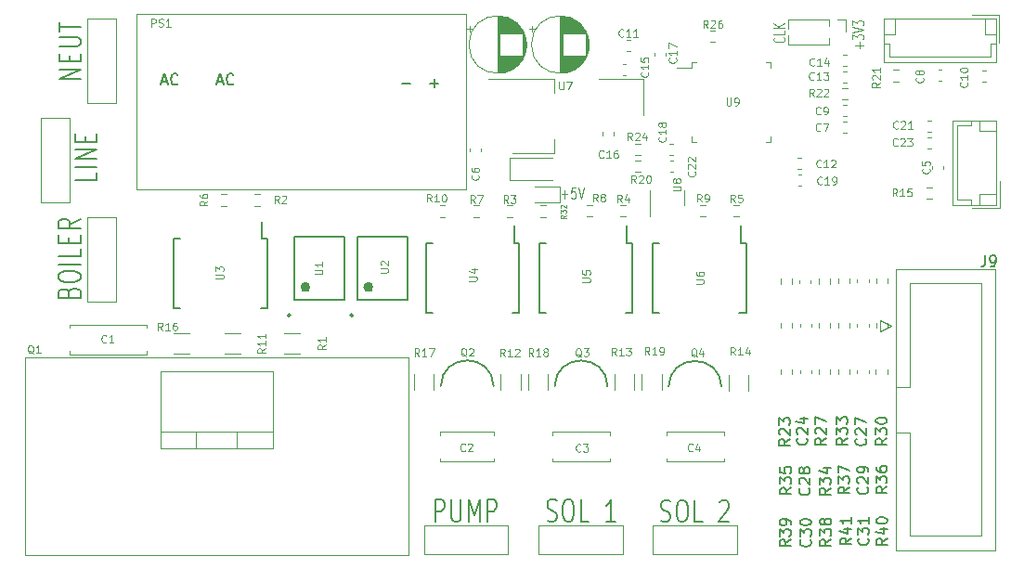
<source format=gbr>
%TF.GenerationSoftware,KiCad,Pcbnew,(5.1.10)-1*%
%TF.CreationDate,2021-11-29T17:35:51+04:00*%
%TF.ProjectId,Coffe_Machine_Gogokhia_Edition_SIMPLE,436f6666-655f-44d6-9163-68696e655f47,rev?*%
%TF.SameCoordinates,Original*%
%TF.FileFunction,Legend,Top*%
%TF.FilePolarity,Positive*%
%FSLAX46Y46*%
G04 Gerber Fmt 4.6, Leading zero omitted, Abs format (unit mm)*
G04 Created by KiCad (PCBNEW (5.1.10)-1) date 2021-11-29 17:35:51*
%MOMM*%
%LPD*%
G01*
G04 APERTURE LIST*
%ADD10C,0.100000*%
%ADD11C,0.150000*%
%ADD12C,0.120000*%
%ADD13C,0.127000*%
%ADD14C,0.200000*%
%ADD15C,0.010000*%
G04 APERTURE END LIST*
D10*
X174259548Y-71952013D02*
X174259548Y-71418680D01*
X174640500Y-71685346D02*
X173878596Y-71685346D01*
X173640500Y-71152013D02*
X173640500Y-70718680D01*
X174021453Y-70952013D01*
X174021453Y-70852013D01*
X174069072Y-70785346D01*
X174116691Y-70752013D01*
X174211929Y-70718680D01*
X174450024Y-70718680D01*
X174545262Y-70752013D01*
X174592881Y-70785346D01*
X174640500Y-70852013D01*
X174640500Y-71052013D01*
X174592881Y-71118680D01*
X174545262Y-71152013D01*
X173640500Y-70518680D02*
X174640500Y-70285346D01*
X173640500Y-70052013D01*
X173640500Y-69885346D02*
X173640500Y-69452013D01*
X174021453Y-69685346D01*
X174021453Y-69585346D01*
X174069072Y-69518680D01*
X174116691Y-69485346D01*
X174211929Y-69452013D01*
X174450024Y-69452013D01*
X174545262Y-69485346D01*
X174592881Y-69518680D01*
X174640500Y-69585346D01*
X174640500Y-69785346D01*
X174592881Y-69852013D01*
X174545262Y-69885346D01*
D11*
X156150857Y-115096823D02*
X156365142Y-115192061D01*
X156722285Y-115192061D01*
X156865142Y-115096823D01*
X156936571Y-115001585D01*
X157008000Y-114811109D01*
X157008000Y-114620633D01*
X156936571Y-114430157D01*
X156865142Y-114334919D01*
X156722285Y-114239680D01*
X156436571Y-114144442D01*
X156293714Y-114049204D01*
X156222285Y-113953966D01*
X156150857Y-113763490D01*
X156150857Y-113573014D01*
X156222285Y-113382538D01*
X156293714Y-113287300D01*
X156436571Y-113192061D01*
X156793714Y-113192061D01*
X157008000Y-113287300D01*
X157936571Y-113192061D02*
X158222285Y-113192061D01*
X158365142Y-113287300D01*
X158508000Y-113477776D01*
X158579428Y-113858728D01*
X158579428Y-114525395D01*
X158508000Y-114906347D01*
X158365142Y-115096823D01*
X158222285Y-115192061D01*
X157936571Y-115192061D01*
X157793714Y-115096823D01*
X157650857Y-114906347D01*
X157579428Y-114525395D01*
X157579428Y-113858728D01*
X157650857Y-113477776D01*
X157793714Y-113287300D01*
X157936571Y-113192061D01*
X159936571Y-115192061D02*
X159222285Y-115192061D01*
X159222285Y-113192061D01*
X161508000Y-113382538D02*
X161579428Y-113287300D01*
X161722285Y-113192061D01*
X162079428Y-113192061D01*
X162222285Y-113287300D01*
X162293714Y-113382538D01*
X162365142Y-113573014D01*
X162365142Y-113763490D01*
X162293714Y-114049204D01*
X161436571Y-115192061D01*
X162365142Y-115192061D01*
X145787657Y-115046023D02*
X146001942Y-115141261D01*
X146359085Y-115141261D01*
X146501942Y-115046023D01*
X146573371Y-114950785D01*
X146644800Y-114760309D01*
X146644800Y-114569833D01*
X146573371Y-114379357D01*
X146501942Y-114284119D01*
X146359085Y-114188880D01*
X146073371Y-114093642D01*
X145930514Y-113998404D01*
X145859085Y-113903166D01*
X145787657Y-113712690D01*
X145787657Y-113522214D01*
X145859085Y-113331738D01*
X145930514Y-113236500D01*
X146073371Y-113141261D01*
X146430514Y-113141261D01*
X146644800Y-113236500D01*
X147573371Y-113141261D02*
X147859085Y-113141261D01*
X148001942Y-113236500D01*
X148144800Y-113426976D01*
X148216228Y-113807928D01*
X148216228Y-114474595D01*
X148144800Y-114855547D01*
X148001942Y-115046023D01*
X147859085Y-115141261D01*
X147573371Y-115141261D01*
X147430514Y-115046023D01*
X147287657Y-114855547D01*
X147216228Y-114474595D01*
X147216228Y-113807928D01*
X147287657Y-113426976D01*
X147430514Y-113236500D01*
X147573371Y-113141261D01*
X149573371Y-115141261D02*
X148859085Y-115141261D01*
X148859085Y-113141261D01*
X152001942Y-115141261D02*
X151144800Y-115141261D01*
X151573371Y-115141261D02*
X151573371Y-113141261D01*
X151430514Y-113426976D01*
X151287657Y-113617452D01*
X151144800Y-113712690D01*
X135542685Y-115141261D02*
X135542685Y-113141261D01*
X136114114Y-113141261D01*
X136256971Y-113236500D01*
X136328400Y-113331738D01*
X136399828Y-113522214D01*
X136399828Y-113807928D01*
X136328400Y-113998404D01*
X136256971Y-114093642D01*
X136114114Y-114188880D01*
X135542685Y-114188880D01*
X137042685Y-113141261D02*
X137042685Y-114760309D01*
X137114114Y-114950785D01*
X137185542Y-115046023D01*
X137328400Y-115141261D01*
X137614114Y-115141261D01*
X137756971Y-115046023D01*
X137828400Y-114950785D01*
X137899828Y-114760309D01*
X137899828Y-113141261D01*
X138614114Y-115141261D02*
X138614114Y-113141261D01*
X139114114Y-114569833D01*
X139614114Y-113141261D01*
X139614114Y-115141261D01*
X140328400Y-115141261D02*
X140328400Y-113141261D01*
X140899828Y-113141261D01*
X141042685Y-113236500D01*
X141114114Y-113331738D01*
X141185542Y-113522214D01*
X141185542Y-113807928D01*
X141114114Y-113998404D01*
X141042685Y-114093642D01*
X140899828Y-114188880D01*
X140328400Y-114188880D01*
X103279461Y-74752757D02*
X101279461Y-74752757D01*
X103279461Y-73895614D01*
X101279461Y-73895614D01*
X102231842Y-73181328D02*
X102231842Y-72681328D01*
X103279461Y-72467042D02*
X103279461Y-73181328D01*
X101279461Y-73181328D01*
X101279461Y-72467042D01*
X101279461Y-71824185D02*
X102898509Y-71824185D01*
X103088985Y-71752757D01*
X103184223Y-71681328D01*
X103279461Y-71538471D01*
X103279461Y-71252757D01*
X103184223Y-71109900D01*
X103088985Y-71038471D01*
X102898509Y-70967042D01*
X101279461Y-70967042D01*
X101279461Y-70467042D02*
X101279461Y-69609900D01*
X103279461Y-70038471D02*
X101279461Y-70038471D01*
X104701861Y-83284842D02*
X104701861Y-83999128D01*
X102701861Y-83999128D01*
X104701861Y-82784842D02*
X102701861Y-82784842D01*
X104701861Y-82070557D02*
X102701861Y-82070557D01*
X104701861Y-81213414D01*
X102701861Y-81213414D01*
X103654242Y-80499128D02*
X103654242Y-79999128D01*
X104701861Y-79784842D02*
X104701861Y-80499128D01*
X102701861Y-80499128D01*
X102701861Y-79784842D01*
X102168342Y-94244728D02*
X102263580Y-94030442D01*
X102358819Y-93959014D01*
X102549295Y-93887585D01*
X102835009Y-93887585D01*
X103025485Y-93959014D01*
X103120723Y-94030442D01*
X103215961Y-94173300D01*
X103215961Y-94744728D01*
X101215961Y-94744728D01*
X101215961Y-94244728D01*
X101311200Y-94101871D01*
X101406438Y-94030442D01*
X101596914Y-93959014D01*
X101787390Y-93959014D01*
X101977866Y-94030442D01*
X102073104Y-94101871D01*
X102168342Y-94244728D01*
X102168342Y-94744728D01*
X101215961Y-92959014D02*
X101215961Y-92673300D01*
X101311200Y-92530442D01*
X101501676Y-92387585D01*
X101882628Y-92316157D01*
X102549295Y-92316157D01*
X102930247Y-92387585D01*
X103120723Y-92530442D01*
X103215961Y-92673300D01*
X103215961Y-92959014D01*
X103120723Y-93101871D01*
X102930247Y-93244728D01*
X102549295Y-93316157D01*
X101882628Y-93316157D01*
X101501676Y-93244728D01*
X101311200Y-93101871D01*
X101215961Y-92959014D01*
X103215961Y-91673300D02*
X101215961Y-91673300D01*
X103215961Y-90244728D02*
X103215961Y-90959014D01*
X101215961Y-90959014D01*
X102168342Y-89744728D02*
X102168342Y-89244728D01*
X103215961Y-89030442D02*
X103215961Y-89744728D01*
X101215961Y-89744728D01*
X101215961Y-89030442D01*
X103215961Y-87530442D02*
X102263580Y-88030442D01*
X103215961Y-88387585D02*
X101215961Y-88387585D01*
X101215961Y-87816157D01*
X101311200Y-87673300D01*
X101406438Y-87601871D01*
X101596914Y-87530442D01*
X101882628Y-87530442D01*
X102073104Y-87601871D01*
X102168342Y-87673300D01*
X102263580Y-87816157D01*
X102263580Y-88387585D01*
D10*
X147066914Y-85288428D02*
X147638342Y-85288428D01*
X147352628Y-85669380D02*
X147352628Y-84907476D01*
X148352628Y-84669380D02*
X147995485Y-84669380D01*
X147959771Y-85145571D01*
X147995485Y-85097952D01*
X148066914Y-85050333D01*
X148245485Y-85050333D01*
X148316914Y-85097952D01*
X148352628Y-85145571D01*
X148388342Y-85240809D01*
X148388342Y-85478904D01*
X148352628Y-85574142D01*
X148316914Y-85621761D01*
X148245485Y-85669380D01*
X148066914Y-85669380D01*
X147995485Y-85621761D01*
X147959771Y-85574142D01*
X148602628Y-84669380D02*
X148852628Y-85669380D01*
X149102628Y-84669380D01*
X167341822Y-70988026D02*
X167389441Y-71021360D01*
X167437060Y-71121360D01*
X167437060Y-71188026D01*
X167389441Y-71288026D01*
X167294203Y-71354693D01*
X167198965Y-71388026D01*
X167008489Y-71421360D01*
X166865632Y-71421360D01*
X166675156Y-71388026D01*
X166579918Y-71354693D01*
X166484680Y-71288026D01*
X166437060Y-71188026D01*
X166437060Y-71121360D01*
X166484680Y-71021360D01*
X166532299Y-70988026D01*
X167437060Y-70354693D02*
X167437060Y-70688026D01*
X166437060Y-70688026D01*
X167437060Y-70121360D02*
X166437060Y-70121360D01*
X167437060Y-69721360D02*
X166865632Y-70021360D01*
X166437060Y-69721360D02*
X167008489Y-70121360D01*
D12*
%TO.C,R1*%
X123236344Y-98007760D02*
X121782216Y-98007760D01*
X123236344Y-99827760D02*
X121782216Y-99827760D01*
%TO.C,C25*%
X143879880Y-71638160D02*
G75*
G03*
X143879880Y-71638160I-2620000J0D01*
G01*
X141259880Y-69058160D02*
X141259880Y-74218160D01*
X141299880Y-69058160D02*
X141299880Y-74218160D01*
X141339880Y-69059160D02*
X141339880Y-74217160D01*
X141379880Y-69060160D02*
X141379880Y-74216160D01*
X141419880Y-69062160D02*
X141419880Y-74214160D01*
X141459880Y-69065160D02*
X141459880Y-74211160D01*
X141499880Y-69069160D02*
X141499880Y-70598160D01*
X141499880Y-72678160D02*
X141499880Y-74207160D01*
X141539880Y-69073160D02*
X141539880Y-70598160D01*
X141539880Y-72678160D02*
X141539880Y-74203160D01*
X141579880Y-69077160D02*
X141579880Y-70598160D01*
X141579880Y-72678160D02*
X141579880Y-74199160D01*
X141619880Y-69082160D02*
X141619880Y-70598160D01*
X141619880Y-72678160D02*
X141619880Y-74194160D01*
X141659880Y-69088160D02*
X141659880Y-70598160D01*
X141659880Y-72678160D02*
X141659880Y-74188160D01*
X141699880Y-69095160D02*
X141699880Y-70598160D01*
X141699880Y-72678160D02*
X141699880Y-74181160D01*
X141739880Y-69102160D02*
X141739880Y-70598160D01*
X141739880Y-72678160D02*
X141739880Y-74174160D01*
X141779880Y-69110160D02*
X141779880Y-70598160D01*
X141779880Y-72678160D02*
X141779880Y-74166160D01*
X141819880Y-69118160D02*
X141819880Y-70598160D01*
X141819880Y-72678160D02*
X141819880Y-74158160D01*
X141859880Y-69127160D02*
X141859880Y-70598160D01*
X141859880Y-72678160D02*
X141859880Y-74149160D01*
X141899880Y-69137160D02*
X141899880Y-70598160D01*
X141899880Y-72678160D02*
X141899880Y-74139160D01*
X141939880Y-69147160D02*
X141939880Y-70598160D01*
X141939880Y-72678160D02*
X141939880Y-74129160D01*
X141980880Y-69158160D02*
X141980880Y-70598160D01*
X141980880Y-72678160D02*
X141980880Y-74118160D01*
X142020880Y-69170160D02*
X142020880Y-70598160D01*
X142020880Y-72678160D02*
X142020880Y-74106160D01*
X142060880Y-69183160D02*
X142060880Y-70598160D01*
X142060880Y-72678160D02*
X142060880Y-74093160D01*
X142100880Y-69196160D02*
X142100880Y-70598160D01*
X142100880Y-72678160D02*
X142100880Y-74080160D01*
X142140880Y-69210160D02*
X142140880Y-70598160D01*
X142140880Y-72678160D02*
X142140880Y-74066160D01*
X142180880Y-69224160D02*
X142180880Y-70598160D01*
X142180880Y-72678160D02*
X142180880Y-74052160D01*
X142220880Y-69240160D02*
X142220880Y-70598160D01*
X142220880Y-72678160D02*
X142220880Y-74036160D01*
X142260880Y-69256160D02*
X142260880Y-70598160D01*
X142260880Y-72678160D02*
X142260880Y-74020160D01*
X142300880Y-69273160D02*
X142300880Y-70598160D01*
X142300880Y-72678160D02*
X142300880Y-74003160D01*
X142340880Y-69290160D02*
X142340880Y-70598160D01*
X142340880Y-72678160D02*
X142340880Y-73986160D01*
X142380880Y-69309160D02*
X142380880Y-70598160D01*
X142380880Y-72678160D02*
X142380880Y-73967160D01*
X142420880Y-69328160D02*
X142420880Y-70598160D01*
X142420880Y-72678160D02*
X142420880Y-73948160D01*
X142460880Y-69348160D02*
X142460880Y-70598160D01*
X142460880Y-72678160D02*
X142460880Y-73928160D01*
X142500880Y-69370160D02*
X142500880Y-70598160D01*
X142500880Y-72678160D02*
X142500880Y-73906160D01*
X142540880Y-69391160D02*
X142540880Y-70598160D01*
X142540880Y-72678160D02*
X142540880Y-73885160D01*
X142580880Y-69414160D02*
X142580880Y-70598160D01*
X142580880Y-72678160D02*
X142580880Y-73862160D01*
X142620880Y-69438160D02*
X142620880Y-70598160D01*
X142620880Y-72678160D02*
X142620880Y-73838160D01*
X142660880Y-69463160D02*
X142660880Y-70598160D01*
X142660880Y-72678160D02*
X142660880Y-73813160D01*
X142700880Y-69489160D02*
X142700880Y-70598160D01*
X142700880Y-72678160D02*
X142700880Y-73787160D01*
X142740880Y-69516160D02*
X142740880Y-70598160D01*
X142740880Y-72678160D02*
X142740880Y-73760160D01*
X142780880Y-69543160D02*
X142780880Y-70598160D01*
X142780880Y-72678160D02*
X142780880Y-73733160D01*
X142820880Y-69573160D02*
X142820880Y-70598160D01*
X142820880Y-72678160D02*
X142820880Y-73703160D01*
X142860880Y-69603160D02*
X142860880Y-70598160D01*
X142860880Y-72678160D02*
X142860880Y-73673160D01*
X142900880Y-69634160D02*
X142900880Y-70598160D01*
X142900880Y-72678160D02*
X142900880Y-73642160D01*
X142940880Y-69667160D02*
X142940880Y-70598160D01*
X142940880Y-72678160D02*
X142940880Y-73609160D01*
X142980880Y-69701160D02*
X142980880Y-70598160D01*
X142980880Y-72678160D02*
X142980880Y-73575160D01*
X143020880Y-69737160D02*
X143020880Y-70598160D01*
X143020880Y-72678160D02*
X143020880Y-73539160D01*
X143060880Y-69774160D02*
X143060880Y-70598160D01*
X143060880Y-72678160D02*
X143060880Y-73502160D01*
X143100880Y-69812160D02*
X143100880Y-70598160D01*
X143100880Y-72678160D02*
X143100880Y-73464160D01*
X143140880Y-69853160D02*
X143140880Y-70598160D01*
X143140880Y-72678160D02*
X143140880Y-73423160D01*
X143180880Y-69895160D02*
X143180880Y-70598160D01*
X143180880Y-72678160D02*
X143180880Y-73381160D01*
X143220880Y-69939160D02*
X143220880Y-70598160D01*
X143220880Y-72678160D02*
X143220880Y-73337160D01*
X143260880Y-69985160D02*
X143260880Y-70598160D01*
X143260880Y-72678160D02*
X143260880Y-73291160D01*
X143300880Y-70033160D02*
X143300880Y-70598160D01*
X143300880Y-72678160D02*
X143300880Y-73243160D01*
X143340880Y-70084160D02*
X143340880Y-70598160D01*
X143340880Y-72678160D02*
X143340880Y-73192160D01*
X143380880Y-70138160D02*
X143380880Y-70598160D01*
X143380880Y-72678160D02*
X143380880Y-73138160D01*
X143420880Y-70195160D02*
X143420880Y-70598160D01*
X143420880Y-72678160D02*
X143420880Y-73081160D01*
X143460880Y-70255160D02*
X143460880Y-70598160D01*
X143460880Y-72678160D02*
X143460880Y-73021160D01*
X143500880Y-70319160D02*
X143500880Y-70598160D01*
X143500880Y-72678160D02*
X143500880Y-72957160D01*
X143540880Y-70387160D02*
X143540880Y-70598160D01*
X143540880Y-72678160D02*
X143540880Y-72889160D01*
X143580880Y-70460160D02*
X143580880Y-72816160D01*
X143620880Y-70540160D02*
X143620880Y-72736160D01*
X143660880Y-70627160D02*
X143660880Y-72649160D01*
X143700880Y-70723160D02*
X143700880Y-72553160D01*
X143740880Y-70833160D02*
X143740880Y-72443160D01*
X143780880Y-70961160D02*
X143780880Y-72315160D01*
X143820880Y-71120160D02*
X143820880Y-72156160D01*
X143860880Y-71354160D02*
X143860880Y-71922160D01*
X138455105Y-70163160D02*
X138955105Y-70163160D01*
X138705105Y-69913160D02*
X138705105Y-70413160D01*
%TO.C,Q1*%
X120740800Y-108451400D02*
X110500800Y-108451400D01*
X120740800Y-101481400D02*
X110500800Y-101481400D01*
X120740800Y-108451400D02*
X120740800Y-101481400D01*
X110500800Y-108451400D02*
X110500800Y-101481400D01*
X120740800Y-106941400D02*
X110500800Y-106941400D01*
X117470800Y-108451400D02*
X117470800Y-106941400D01*
X113769800Y-108451400D02*
X113769800Y-106941400D01*
X133160800Y-118181400D02*
X98160800Y-118181400D01*
X98160800Y-105181400D02*
X98160800Y-100181400D01*
X98160800Y-100181400D02*
X133160800Y-100181400D01*
X133160800Y-105181400D02*
X133160800Y-118181400D01*
X133160800Y-105181400D02*
X133160800Y-100181400D01*
X98160800Y-105181400D02*
X98160800Y-118181400D01*
%TO.C,Y1*%
X154527000Y-78078600D02*
X154527000Y-74778600D01*
X154527000Y-74778600D02*
X150527000Y-74778600D01*
%TO.C,U9*%
X165694600Y-80508500D02*
X166144600Y-80508500D01*
X166144600Y-80508500D02*
X166144600Y-80058500D01*
X159374600Y-80508500D02*
X158924600Y-80508500D01*
X158924600Y-80508500D02*
X158924600Y-80058500D01*
X165694600Y-73288500D02*
X166144600Y-73288500D01*
X166144600Y-73288500D02*
X166144600Y-73738500D01*
X159374600Y-73288500D02*
X158924600Y-73288500D01*
X158924600Y-73288500D02*
X158924600Y-73738500D01*
X158924600Y-73738500D02*
X157634600Y-73738500D01*
%TO.C,R41*%
X173356800Y-101261142D02*
X173356800Y-101735658D01*
X172311800Y-101261142D02*
X172311800Y-101735658D01*
%TO.C,R40*%
X175740800Y-101710258D02*
X175740800Y-101235742D01*
X176785800Y-101710258D02*
X176785800Y-101235742D01*
%TO.C,R39*%
X168137100Y-101235742D02*
X168137100Y-101710258D01*
X167092100Y-101235742D02*
X167092100Y-101710258D01*
%TO.C,R38*%
X170555740Y-101710258D02*
X170555740Y-101235742D01*
X171600740Y-101710258D02*
X171600740Y-101235742D01*
%TO.C,R37*%
X173347560Y-97006642D02*
X173347560Y-97481158D01*
X172302560Y-97006642D02*
X172302560Y-97481158D01*
%TO.C,R36*%
X175766200Y-97481158D02*
X175766200Y-97006642D01*
X176811200Y-97481158D02*
X176811200Y-97006642D01*
%TO.C,R35*%
X168137100Y-97006642D02*
X168137100Y-97481158D01*
X167092100Y-97006642D02*
X167092100Y-97481158D01*
%TO.C,R34*%
X170555740Y-97481158D02*
X170555740Y-97006642D01*
X171600740Y-97481158D02*
X171600740Y-97006642D01*
%TO.C,R33*%
X173347560Y-92962842D02*
X173347560Y-93437358D01*
X172302560Y-92962842D02*
X172302560Y-93437358D01*
%TO.C,R30*%
X175766200Y-93437358D02*
X175766200Y-92962842D01*
X176811200Y-93437358D02*
X176811200Y-92962842D01*
%TO.C,R27*%
X171591500Y-92968042D02*
X171591500Y-93442558D01*
X170546500Y-92968042D02*
X170546500Y-93442558D01*
%TO.C,R23*%
X167079400Y-93493358D02*
X167079400Y-93018842D01*
X168124400Y-93493358D02*
X168124400Y-93018842D01*
%TO.C,J9*%
X177558000Y-92110100D02*
X186678000Y-92110100D01*
X186678000Y-92110100D02*
X186678000Y-117770100D01*
X186678000Y-117770100D02*
X177558000Y-117770100D01*
X177558000Y-117770100D02*
X177558000Y-92110100D01*
X177558000Y-102890100D02*
X178868000Y-102890100D01*
X178868000Y-102890100D02*
X178868000Y-93410100D01*
X178868000Y-93410100D02*
X185368000Y-93410100D01*
X185368000Y-93410100D02*
X185368000Y-116470100D01*
X185368000Y-116470100D02*
X178868000Y-116470100D01*
X178868000Y-116470100D02*
X178868000Y-106990100D01*
X178868000Y-106990100D02*
X178868000Y-106990100D01*
X178868000Y-106990100D02*
X177558000Y-106990100D01*
X177168000Y-97320100D02*
X176168000Y-96820100D01*
X176168000Y-96820100D02*
X176168000Y-97820100D01*
X176168000Y-97820100D02*
X177168000Y-97320100D01*
%TO.C,C31*%
X175081880Y-101613580D02*
X175081880Y-101332420D01*
X174061880Y-101613580D02*
X174061880Y-101332420D01*
%TO.C,C30*%
X169871420Y-101613580D02*
X169871420Y-101332420D01*
X168851420Y-101613580D02*
X168851420Y-101332420D01*
%TO.C,C29*%
X175081880Y-97384480D02*
X175081880Y-97103320D01*
X174061880Y-97384480D02*
X174061880Y-97103320D01*
%TO.C,C28*%
X169871420Y-97384480D02*
X169871420Y-97103320D01*
X168851420Y-97384480D02*
X168851420Y-97103320D01*
%TO.C,C27*%
X175081880Y-93340680D02*
X175081880Y-93059520D01*
X174061880Y-93340680D02*
X174061880Y-93059520D01*
%TO.C,C24*%
X169813700Y-93396680D02*
X169813700Y-93115520D01*
X168793700Y-93396680D02*
X168793700Y-93115520D01*
%TO.C,C1*%
X109254800Y-99909300D02*
X102254800Y-99909300D01*
X109254800Y-97169300D02*
X102254800Y-97169300D01*
X109254800Y-99909300D02*
X109254800Y-99594300D01*
X109254800Y-97484300D02*
X109254800Y-97169300D01*
X102254800Y-99909300D02*
X102254800Y-99594300D01*
X102254800Y-97484300D02*
X102254800Y-97169300D01*
D13*
%TO.C,U3*%
X119739100Y-87782200D02*
X119739100Y-89357200D01*
X119639100Y-95707200D02*
X120244100Y-95707200D01*
X120244100Y-95707200D02*
X120244100Y-89357200D01*
X120244100Y-89357200D02*
X119739100Y-89357200D01*
X111739100Y-95707200D02*
X112339100Y-95707200D01*
X111739100Y-89357200D02*
X112339100Y-89357200D01*
X111734100Y-89382200D02*
X111734100Y-95682200D01*
%TO.C,U6*%
X163401400Y-88150500D02*
X163401400Y-89725500D01*
X163301400Y-96075500D02*
X163906400Y-96075500D01*
X163906400Y-96075500D02*
X163906400Y-89725500D01*
X163906400Y-89725500D02*
X163401400Y-89725500D01*
X155401400Y-96075500D02*
X156001400Y-96075500D01*
X155401400Y-89725500D02*
X156001400Y-89725500D01*
X155396400Y-89750500D02*
X155396400Y-96050500D01*
%TO.C,U5*%
X153067800Y-88150500D02*
X153067800Y-89725500D01*
X152967800Y-96075500D02*
X153572800Y-96075500D01*
X153572800Y-96075500D02*
X153572800Y-89725500D01*
X153572800Y-89725500D02*
X153067800Y-89725500D01*
X145067800Y-96075500D02*
X145667800Y-96075500D01*
X145067800Y-89725500D02*
X145667800Y-89725500D01*
X145062800Y-89750500D02*
X145062800Y-96050500D01*
%TO.C,U4*%
X142738800Y-88164500D02*
X142738800Y-89739500D01*
X142638800Y-96089500D02*
X143243800Y-96089500D01*
X143243800Y-96089500D02*
X143243800Y-89739500D01*
X143243800Y-89739500D02*
X142738800Y-89739500D01*
X134738800Y-96089500D02*
X135338800Y-96089500D01*
X134738800Y-89739500D02*
X135338800Y-89739500D01*
X134733800Y-89764500D02*
X134733800Y-96064500D01*
D12*
%TO.C,R32*%
X145182822Y-87360020D02*
X145657338Y-87360020D01*
X145182822Y-86315020D02*
X145657338Y-86315020D01*
%TO.C,D6*%
X146900000Y-86002800D02*
X146900000Y-84552800D01*
X144615000Y-84552800D02*
X146900000Y-84552800D01*
X144615000Y-86002800D02*
X146900000Y-86002800D01*
%TO.C,U8*%
X158239900Y-85610700D02*
X158239900Y-84960700D01*
X158239900Y-85610700D02*
X158239900Y-86260700D01*
X155119900Y-85610700D02*
X155119900Y-84960700D01*
X155119900Y-85610700D02*
X155119900Y-87285700D01*
%TO.C,D1*%
X142390300Y-81994500D02*
X142390300Y-83994500D01*
X142390300Y-83994500D02*
X146290300Y-83994500D01*
X142390300Y-81994500D02*
X146290300Y-81994500D01*
%TO.C,C20*%
X149584720Y-71638160D02*
G75*
G03*
X149584720Y-71638160I-2620000J0D01*
G01*
X146964720Y-69058160D02*
X146964720Y-74218160D01*
X147004720Y-69058160D02*
X147004720Y-74218160D01*
X147044720Y-69059160D02*
X147044720Y-74217160D01*
X147084720Y-69060160D02*
X147084720Y-74216160D01*
X147124720Y-69062160D02*
X147124720Y-74214160D01*
X147164720Y-69065160D02*
X147164720Y-74211160D01*
X147204720Y-69069160D02*
X147204720Y-70598160D01*
X147204720Y-72678160D02*
X147204720Y-74207160D01*
X147244720Y-69073160D02*
X147244720Y-70598160D01*
X147244720Y-72678160D02*
X147244720Y-74203160D01*
X147284720Y-69077160D02*
X147284720Y-70598160D01*
X147284720Y-72678160D02*
X147284720Y-74199160D01*
X147324720Y-69082160D02*
X147324720Y-70598160D01*
X147324720Y-72678160D02*
X147324720Y-74194160D01*
X147364720Y-69088160D02*
X147364720Y-70598160D01*
X147364720Y-72678160D02*
X147364720Y-74188160D01*
X147404720Y-69095160D02*
X147404720Y-70598160D01*
X147404720Y-72678160D02*
X147404720Y-74181160D01*
X147444720Y-69102160D02*
X147444720Y-70598160D01*
X147444720Y-72678160D02*
X147444720Y-74174160D01*
X147484720Y-69110160D02*
X147484720Y-70598160D01*
X147484720Y-72678160D02*
X147484720Y-74166160D01*
X147524720Y-69118160D02*
X147524720Y-70598160D01*
X147524720Y-72678160D02*
X147524720Y-74158160D01*
X147564720Y-69127160D02*
X147564720Y-70598160D01*
X147564720Y-72678160D02*
X147564720Y-74149160D01*
X147604720Y-69137160D02*
X147604720Y-70598160D01*
X147604720Y-72678160D02*
X147604720Y-74139160D01*
X147644720Y-69147160D02*
X147644720Y-70598160D01*
X147644720Y-72678160D02*
X147644720Y-74129160D01*
X147685720Y-69158160D02*
X147685720Y-70598160D01*
X147685720Y-72678160D02*
X147685720Y-74118160D01*
X147725720Y-69170160D02*
X147725720Y-70598160D01*
X147725720Y-72678160D02*
X147725720Y-74106160D01*
X147765720Y-69183160D02*
X147765720Y-70598160D01*
X147765720Y-72678160D02*
X147765720Y-74093160D01*
X147805720Y-69196160D02*
X147805720Y-70598160D01*
X147805720Y-72678160D02*
X147805720Y-74080160D01*
X147845720Y-69210160D02*
X147845720Y-70598160D01*
X147845720Y-72678160D02*
X147845720Y-74066160D01*
X147885720Y-69224160D02*
X147885720Y-70598160D01*
X147885720Y-72678160D02*
X147885720Y-74052160D01*
X147925720Y-69240160D02*
X147925720Y-70598160D01*
X147925720Y-72678160D02*
X147925720Y-74036160D01*
X147965720Y-69256160D02*
X147965720Y-70598160D01*
X147965720Y-72678160D02*
X147965720Y-74020160D01*
X148005720Y-69273160D02*
X148005720Y-70598160D01*
X148005720Y-72678160D02*
X148005720Y-74003160D01*
X148045720Y-69290160D02*
X148045720Y-70598160D01*
X148045720Y-72678160D02*
X148045720Y-73986160D01*
X148085720Y-69309160D02*
X148085720Y-70598160D01*
X148085720Y-72678160D02*
X148085720Y-73967160D01*
X148125720Y-69328160D02*
X148125720Y-70598160D01*
X148125720Y-72678160D02*
X148125720Y-73948160D01*
X148165720Y-69348160D02*
X148165720Y-70598160D01*
X148165720Y-72678160D02*
X148165720Y-73928160D01*
X148205720Y-69370160D02*
X148205720Y-70598160D01*
X148205720Y-72678160D02*
X148205720Y-73906160D01*
X148245720Y-69391160D02*
X148245720Y-70598160D01*
X148245720Y-72678160D02*
X148245720Y-73885160D01*
X148285720Y-69414160D02*
X148285720Y-70598160D01*
X148285720Y-72678160D02*
X148285720Y-73862160D01*
X148325720Y-69438160D02*
X148325720Y-70598160D01*
X148325720Y-72678160D02*
X148325720Y-73838160D01*
X148365720Y-69463160D02*
X148365720Y-70598160D01*
X148365720Y-72678160D02*
X148365720Y-73813160D01*
X148405720Y-69489160D02*
X148405720Y-70598160D01*
X148405720Y-72678160D02*
X148405720Y-73787160D01*
X148445720Y-69516160D02*
X148445720Y-70598160D01*
X148445720Y-72678160D02*
X148445720Y-73760160D01*
X148485720Y-69543160D02*
X148485720Y-70598160D01*
X148485720Y-72678160D02*
X148485720Y-73733160D01*
X148525720Y-69573160D02*
X148525720Y-70598160D01*
X148525720Y-72678160D02*
X148525720Y-73703160D01*
X148565720Y-69603160D02*
X148565720Y-70598160D01*
X148565720Y-72678160D02*
X148565720Y-73673160D01*
X148605720Y-69634160D02*
X148605720Y-70598160D01*
X148605720Y-72678160D02*
X148605720Y-73642160D01*
X148645720Y-69667160D02*
X148645720Y-70598160D01*
X148645720Y-72678160D02*
X148645720Y-73609160D01*
X148685720Y-69701160D02*
X148685720Y-70598160D01*
X148685720Y-72678160D02*
X148685720Y-73575160D01*
X148725720Y-69737160D02*
X148725720Y-70598160D01*
X148725720Y-72678160D02*
X148725720Y-73539160D01*
X148765720Y-69774160D02*
X148765720Y-70598160D01*
X148765720Y-72678160D02*
X148765720Y-73502160D01*
X148805720Y-69812160D02*
X148805720Y-70598160D01*
X148805720Y-72678160D02*
X148805720Y-73464160D01*
X148845720Y-69853160D02*
X148845720Y-70598160D01*
X148845720Y-72678160D02*
X148845720Y-73423160D01*
X148885720Y-69895160D02*
X148885720Y-70598160D01*
X148885720Y-72678160D02*
X148885720Y-73381160D01*
X148925720Y-69939160D02*
X148925720Y-70598160D01*
X148925720Y-72678160D02*
X148925720Y-73337160D01*
X148965720Y-69985160D02*
X148965720Y-70598160D01*
X148965720Y-72678160D02*
X148965720Y-73291160D01*
X149005720Y-70033160D02*
X149005720Y-70598160D01*
X149005720Y-72678160D02*
X149005720Y-73243160D01*
X149045720Y-70084160D02*
X149045720Y-70598160D01*
X149045720Y-72678160D02*
X149045720Y-73192160D01*
X149085720Y-70138160D02*
X149085720Y-70598160D01*
X149085720Y-72678160D02*
X149085720Y-73138160D01*
X149125720Y-70195160D02*
X149125720Y-70598160D01*
X149125720Y-72678160D02*
X149125720Y-73081160D01*
X149165720Y-70255160D02*
X149165720Y-70598160D01*
X149165720Y-72678160D02*
X149165720Y-73021160D01*
X149205720Y-70319160D02*
X149205720Y-70598160D01*
X149205720Y-72678160D02*
X149205720Y-72957160D01*
X149245720Y-70387160D02*
X149245720Y-70598160D01*
X149245720Y-72678160D02*
X149245720Y-72889160D01*
X149285720Y-70460160D02*
X149285720Y-72816160D01*
X149325720Y-70540160D02*
X149325720Y-72736160D01*
X149365720Y-70627160D02*
X149365720Y-72649160D01*
X149405720Y-70723160D02*
X149405720Y-72553160D01*
X149445720Y-70833160D02*
X149445720Y-72443160D01*
X149485720Y-70961160D02*
X149485720Y-72315160D01*
X149525720Y-71120160D02*
X149525720Y-72156160D01*
X149565720Y-71354160D02*
X149565720Y-71922160D01*
X144159945Y-70163160D02*
X144659945Y-70163160D01*
X144409945Y-69913160D02*
X144409945Y-70413160D01*
%TO.C,C23*%
X180491520Y-81104200D02*
X180772680Y-81104200D01*
X180491520Y-80084200D02*
X180772680Y-80084200D01*
%TO.C,C22*%
X156971120Y-83275900D02*
X157252280Y-83275900D01*
X156971120Y-82255900D02*
X157252280Y-82255900D01*
%TO.C,C21*%
X180491520Y-79580200D02*
X180772680Y-79580200D01*
X180491520Y-78560200D02*
X180772680Y-78560200D01*
%TO.C,C19*%
X168655120Y-84495100D02*
X168936280Y-84495100D01*
X168655120Y-83475100D02*
X168936280Y-83475100D01*
%TO.C,C18*%
X157239580Y-80706500D02*
X156958420Y-80706500D01*
X157239580Y-81726500D02*
X156958420Y-81726500D01*
%TO.C,C17*%
X155573000Y-72389120D02*
X155573000Y-72670280D01*
X156593000Y-72389120D02*
X156593000Y-72670280D01*
%TO.C,C16*%
X151868600Y-79896580D02*
X151868600Y-79615420D01*
X150848600Y-79896580D02*
X150848600Y-79615420D01*
%TO.C,C15*%
X152678520Y-74398600D02*
X152959680Y-74398600D01*
X152678520Y-73378600D02*
X152959680Y-73378600D01*
%TO.C,C14*%
X172792780Y-73611200D02*
X173073940Y-73611200D01*
X172792780Y-72591200D02*
X173073940Y-72591200D01*
%TO.C,C13*%
X172780080Y-75135200D02*
X173061240Y-75135200D01*
X172780080Y-74115200D02*
X173061240Y-74115200D01*
%TO.C,C12*%
X168642420Y-82958400D02*
X168923580Y-82958400D01*
X168642420Y-81938400D02*
X168923580Y-81938400D01*
%TO.C,C11*%
X153327980Y-71194200D02*
X153046820Y-71194200D01*
X153327980Y-72214200D02*
X153046820Y-72214200D01*
%TO.C,C10*%
X185469920Y-75033600D02*
X185751080Y-75033600D01*
X185469920Y-74013600D02*
X185751080Y-74013600D01*
%TO.C,C9*%
X173061240Y-77137800D02*
X172780080Y-77137800D01*
X173061240Y-78157800D02*
X172780080Y-78157800D01*
%TO.C,C8*%
X181737880Y-73962800D02*
X181456720Y-73962800D01*
X181737880Y-74982800D02*
X181456720Y-74982800D01*
%TO.C,C7*%
X173061240Y-78649100D02*
X172780080Y-78649100D01*
X173061240Y-79669100D02*
X172780080Y-79669100D01*
%TO.C,C6*%
X138707400Y-81126720D02*
X138707400Y-81407880D01*
X139727400Y-81126720D02*
X139727400Y-81407880D01*
%TO.C,C5*%
X181929500Y-83008080D02*
X181929500Y-82726920D01*
X180909500Y-83008080D02*
X180909500Y-82726920D01*
D13*
%TO.C,Q4*%
X156845000Y-102870000D02*
G75*
G02*
X161671000Y-102870000I2413000J-42119D01*
G01*
%TO.C,Q3*%
X146456400Y-102831900D02*
G75*
G02*
X151282400Y-102831900I2413000J-42119D01*
G01*
%TO.C,Q2*%
X136067800Y-102819200D02*
G75*
G02*
X140893800Y-102819200I2413000J-42119D01*
G01*
D12*
%TO.C,R19*%
X156231000Y-101723836D02*
X156231000Y-103177964D01*
X154411000Y-101723836D02*
X154411000Y-103177964D01*
%TO.C,R18*%
X145842400Y-101711136D02*
X145842400Y-103165264D01*
X144022400Y-101711136D02*
X144022400Y-103165264D01*
%TO.C,R17*%
X135453800Y-101685736D02*
X135453800Y-103139864D01*
X133633800Y-101685736D02*
X133633800Y-103139864D01*
%TO.C,R16*%
X111667936Y-97997600D02*
X113122064Y-97997600D01*
X111667936Y-99817600D02*
X113122064Y-99817600D01*
%TO.C,R14*%
X162310400Y-103216064D02*
X162310400Y-101761936D01*
X164130400Y-103216064D02*
X164130400Y-101761936D01*
%TO.C,R13*%
X151909100Y-103177964D02*
X151909100Y-101723836D01*
X153729100Y-103177964D02*
X153729100Y-101723836D01*
%TO.C,R12*%
X141520500Y-103165264D02*
X141520500Y-101711136D01*
X143340500Y-103165264D02*
X143340500Y-101711136D01*
%TO.C,R11*%
X116341536Y-97997600D02*
X117795664Y-97997600D01*
X116341536Y-99817600D02*
X117795664Y-99817600D01*
%TO.C,R26*%
X160626022Y-70343500D02*
X161100538Y-70343500D01*
X160626022Y-71388500D02*
X161100538Y-71388500D01*
%TO.C,R24*%
X153801042Y-80694000D02*
X154275558Y-80694000D01*
X153801042Y-81739000D02*
X154275558Y-81739000D01*
%TO.C,R22*%
X173157918Y-76659000D02*
X172683402Y-76659000D01*
X173157918Y-75614000D02*
X172683402Y-75614000D01*
%TO.C,R21*%
X177359542Y-73963000D02*
X177834058Y-73963000D01*
X177359542Y-75008000D02*
X177834058Y-75008000D01*
%TO.C,R20*%
X154275558Y-83275700D02*
X153801042Y-83275700D01*
X154275558Y-82230700D02*
X153801042Y-82230700D01*
%TO.C,R15*%
X180369442Y-84643700D02*
X180843958Y-84643700D01*
X180369442Y-85688700D02*
X180843958Y-85688700D01*
%TO.C,R10*%
X135993102Y-86309940D02*
X136467618Y-86309940D01*
X135993102Y-87354940D02*
X136467618Y-87354940D01*
%TO.C,R9*%
X159744642Y-86269300D02*
X160219158Y-86269300D01*
X159744642Y-87314300D02*
X160219158Y-87314300D01*
%TO.C,R8*%
X149381442Y-86269300D02*
X149855958Y-86269300D01*
X149381442Y-87314300D02*
X149855958Y-87314300D01*
%TO.C,R7*%
X139069042Y-86307400D02*
X139543558Y-86307400D01*
X139069042Y-87352400D02*
X139543558Y-87352400D01*
%TO.C,R6*%
X116043942Y-85304100D02*
X116518458Y-85304100D01*
X116043942Y-86349100D02*
X116518458Y-86349100D01*
%TO.C,R5*%
X162779142Y-86269300D02*
X163253658Y-86269300D01*
X162779142Y-87314300D02*
X163253658Y-87314300D01*
%TO.C,R4*%
X152432842Y-86269300D02*
X152907358Y-86269300D01*
X152432842Y-87314300D02*
X152907358Y-87314300D01*
%TO.C,R3*%
X142117042Y-86307400D02*
X142591558Y-86307400D01*
X142117042Y-87352400D02*
X142591558Y-87352400D01*
%TO.C,R2*%
X119104642Y-85304100D02*
X119579158Y-85304100D01*
X119104642Y-86349100D02*
X119579158Y-86349100D01*
%TO.C,U7*%
X146410600Y-81578500D02*
X146410600Y-80318500D01*
X146410600Y-74758500D02*
X146410600Y-76018500D01*
X142650600Y-81578500D02*
X146410600Y-81578500D01*
X140400600Y-74758500D02*
X146410600Y-74758500D01*
D14*
%TO.C,U2*%
X128451580Y-94891980D02*
X128451580Y-89191980D01*
X128451580Y-89191980D02*
X133051580Y-89191980D01*
X133051580Y-89191980D02*
X133051580Y-94891980D01*
X133051580Y-94891980D02*
X128451580Y-94891980D01*
X129812133Y-93741980D02*
G75*
G03*
X129812133Y-93741980I-360553J0D01*
G01*
D15*
G36*
X129151580Y-94043340D02*
G01*
X129151580Y-93441980D01*
X129750900Y-93441980D01*
X129750900Y-94043340D01*
X129151580Y-94043340D01*
G37*
X129151580Y-94043340D02*
X129151580Y-93441980D01*
X129750900Y-93441980D01*
X129750900Y-94043340D01*
X129151580Y-94043340D01*
D14*
X128092999Y-96341980D02*
G75*
G03*
X128092999Y-96341980I-141419J0D01*
G01*
%TO.C,U1*%
X122723880Y-94900180D02*
X122723880Y-89200180D01*
X122723880Y-89200180D02*
X127323880Y-89200180D01*
X127323880Y-89200180D02*
X127323880Y-94900180D01*
X127323880Y-94900180D02*
X122723880Y-94900180D01*
X124084433Y-93750180D02*
G75*
G03*
X124084433Y-93750180I-360553J0D01*
G01*
D15*
G36*
X123423880Y-94051540D02*
G01*
X123423880Y-93450180D01*
X124023200Y-93450180D01*
X124023200Y-94051540D01*
X123423880Y-94051540D01*
G37*
X123423880Y-94051540D02*
X123423880Y-93450180D01*
X124023200Y-93450180D01*
X124023200Y-94051540D01*
X123423880Y-94051540D01*
D14*
X122365299Y-96350180D02*
G75*
G03*
X122365299Y-96350180I-141419J0D01*
G01*
D12*
%TO.C,PS1*%
X138341000Y-68885600D02*
X138341000Y-84885600D01*
X108341000Y-84885600D02*
X138341000Y-84885600D01*
X108341000Y-84885600D02*
X108341000Y-68885600D01*
X108341000Y-68885600D02*
X138341000Y-68885600D01*
%TO.C,J11*%
X167757800Y-69387700D02*
X167757800Y-70190170D01*
X167757800Y-70805230D02*
X167757800Y-71607700D01*
X171502800Y-69387700D02*
X167757800Y-69387700D01*
X171502800Y-71607700D02*
X167757800Y-71607700D01*
X171502800Y-69387700D02*
X171502800Y-69934229D01*
X171502800Y-71061171D02*
X171502800Y-71607700D01*
X172262800Y-69387700D02*
X173022800Y-69387700D01*
X173022800Y-69387700D02*
X173022800Y-70497700D01*
%TO.C,J8*%
X186709200Y-73261800D02*
X186709200Y-69241800D01*
X186709200Y-69241800D02*
X176489200Y-69241800D01*
X176489200Y-69241800D02*
X176489200Y-73261800D01*
X176489200Y-73261800D02*
X186709200Y-73261800D01*
X186709200Y-71551800D02*
X186209200Y-71551800D01*
X186209200Y-71551800D02*
X186209200Y-72761800D01*
X186209200Y-72761800D02*
X176989200Y-72761800D01*
X176989200Y-72761800D02*
X176989200Y-71551800D01*
X176989200Y-71551800D02*
X176489200Y-71551800D01*
X186709200Y-70741800D02*
X185709200Y-70741800D01*
X185709200Y-70741800D02*
X185709200Y-69241800D01*
X176489200Y-70741800D02*
X177489200Y-70741800D01*
X177489200Y-70741800D02*
X177489200Y-69241800D01*
X187009200Y-71441800D02*
X187009200Y-68941800D01*
X187009200Y-68941800D02*
X184509200Y-68941800D01*
%TO.C,J7*%
X155408000Y-118114600D02*
X155408000Y-115514600D01*
X163108000Y-118114600D02*
X155408000Y-118114600D01*
X163108000Y-115514600D02*
X163108000Y-118114600D01*
X155408000Y-115514600D02*
X163108000Y-115514600D01*
%TO.C,J6*%
X145019400Y-118114600D02*
X145019400Y-115514600D01*
X152719400Y-118114600D02*
X145019400Y-118114600D01*
X152719400Y-115514600D02*
X152719400Y-118114600D01*
X145019400Y-115514600D02*
X152719400Y-115514600D01*
%TO.C,J5*%
X142230000Y-115514600D02*
X142230000Y-118114600D01*
X134530000Y-115514600D02*
X142230000Y-115514600D01*
X134530000Y-118114600D02*
X134530000Y-115514600D01*
X142230000Y-118114600D02*
X134530000Y-118114600D01*
%TO.C,J4*%
X106443300Y-95097760D02*
X103843300Y-95097760D01*
X106443300Y-87397760D02*
X106443300Y-95097760D01*
X103843300Y-87397760D02*
X106443300Y-87397760D01*
X103843300Y-95097760D02*
X103843300Y-87397760D01*
%TO.C,J3*%
X182706700Y-86264900D02*
X186726700Y-86264900D01*
X186726700Y-86264900D02*
X186726700Y-78544900D01*
X186726700Y-78544900D02*
X182706700Y-78544900D01*
X182706700Y-78544900D02*
X182706700Y-86264900D01*
X184416700Y-86264900D02*
X184416700Y-85764900D01*
X184416700Y-85764900D02*
X183206700Y-85764900D01*
X183206700Y-85764900D02*
X183206700Y-79044900D01*
X183206700Y-79044900D02*
X184416700Y-79044900D01*
X184416700Y-79044900D02*
X184416700Y-78544900D01*
X185226700Y-86264900D02*
X185226700Y-85264900D01*
X185226700Y-85264900D02*
X186726700Y-85264900D01*
X185226700Y-78544900D02*
X185226700Y-79544900D01*
X185226700Y-79544900D02*
X186726700Y-79544900D01*
X184526700Y-86564900D02*
X187026700Y-86564900D01*
X187026700Y-86564900D02*
X187026700Y-84064900D01*
%TO.C,J2*%
X103843300Y-69237700D02*
X106443300Y-69237700D01*
X103843300Y-76937700D02*
X103843300Y-69237700D01*
X106443300Y-76937700D02*
X103843300Y-76937700D01*
X106443300Y-69237700D02*
X106443300Y-76937700D01*
%TO.C,J1*%
X102224360Y-86017730D02*
X99624360Y-86017730D01*
X102224360Y-78317730D02*
X102224360Y-86017730D01*
X99624360Y-78317730D02*
X102224360Y-78317730D01*
X99624360Y-86017730D02*
X99624360Y-78317730D01*
%TO.C,C4*%
X161878000Y-109675600D02*
X156638000Y-109675600D01*
X161878000Y-106935600D02*
X156638000Y-106935600D01*
X161878000Y-109675600D02*
X161878000Y-109360600D01*
X161878000Y-107250600D02*
X161878000Y-106935600D01*
X156638000Y-109675600D02*
X156638000Y-109360600D01*
X156638000Y-107250600D02*
X156638000Y-106935600D01*
%TO.C,C3*%
X151489400Y-109675600D02*
X146249400Y-109675600D01*
X151489400Y-106935600D02*
X146249400Y-106935600D01*
X151489400Y-109675600D02*
X151489400Y-109360600D01*
X151489400Y-107250600D02*
X151489400Y-106935600D01*
X146249400Y-109675600D02*
X146249400Y-109360600D01*
X146249400Y-107250600D02*
X146249400Y-106935600D01*
%TO.C,C2*%
X140950800Y-109675600D02*
X136010800Y-109675600D01*
X140950800Y-106935600D02*
X136010800Y-106935600D01*
X140950800Y-109675600D02*
X140950800Y-109360600D01*
X140950800Y-107250600D02*
X140950800Y-106935600D01*
X136010800Y-109675600D02*
X136010800Y-109360600D01*
X136010800Y-107250600D02*
X136010800Y-106935600D01*
%TO.C,R1*%
D10*
X125564066Y-99019186D02*
X125230733Y-99252520D01*
X125564066Y-99419186D02*
X124864066Y-99419186D01*
X124864066Y-99152520D01*
X124897400Y-99085853D01*
X124930733Y-99052520D01*
X124997400Y-99019186D01*
X125097400Y-99019186D01*
X125164066Y-99052520D01*
X125197400Y-99085853D01*
X125230733Y-99152520D01*
X125230733Y-99419186D01*
X125564066Y-98352520D02*
X125564066Y-98752520D01*
X125564066Y-98552520D02*
X124864066Y-98552520D01*
X124964066Y-98619186D01*
X125030733Y-98685853D01*
X125064066Y-98752520D01*
%TO.C,Q1*%
X98929833Y-99824333D02*
X98863166Y-99791000D01*
X98796500Y-99724333D01*
X98696500Y-99624333D01*
X98629833Y-99591000D01*
X98563166Y-99591000D01*
X98596500Y-99757666D02*
X98529833Y-99724333D01*
X98463166Y-99657666D01*
X98429833Y-99524333D01*
X98429833Y-99291000D01*
X98463166Y-99157666D01*
X98529833Y-99091000D01*
X98596500Y-99057666D01*
X98729833Y-99057666D01*
X98796500Y-99091000D01*
X98863166Y-99157666D01*
X98896500Y-99291000D01*
X98896500Y-99524333D01*
X98863166Y-99657666D01*
X98796500Y-99724333D01*
X98729833Y-99757666D01*
X98596500Y-99757666D01*
X99563166Y-99757666D02*
X99163166Y-99757666D01*
X99363166Y-99757666D02*
X99363166Y-99057666D01*
X99296500Y-99157666D01*
X99229833Y-99224333D01*
X99163166Y-99257666D01*
%TO.C,U9*%
X162138426Y-76492306D02*
X162138426Y-77058973D01*
X162171760Y-77125640D01*
X162205093Y-77158973D01*
X162271760Y-77192306D01*
X162405093Y-77192306D01*
X162471760Y-77158973D01*
X162505093Y-77125640D01*
X162538426Y-77058973D01*
X162538426Y-76492306D01*
X162905093Y-77192306D02*
X163038426Y-77192306D01*
X163105093Y-77158973D01*
X163138426Y-77125640D01*
X163205093Y-77025640D01*
X163238426Y-76892306D01*
X163238426Y-76625640D01*
X163205093Y-76558973D01*
X163171760Y-76525640D01*
X163105093Y-76492306D01*
X162971760Y-76492306D01*
X162905093Y-76525640D01*
X162871760Y-76558973D01*
X162838426Y-76625640D01*
X162838426Y-76792306D01*
X162871760Y-76858973D01*
X162905093Y-76892306D01*
X162971760Y-76925640D01*
X163105093Y-76925640D01*
X163171760Y-76892306D01*
X163205093Y-76858973D01*
X163238426Y-76792306D01*
%TO.C,R41*%
D11*
X173497500Y-116654817D02*
X173021310Y-116988150D01*
X173497500Y-117226245D02*
X172497500Y-117226245D01*
X172497500Y-116845293D01*
X172545120Y-116750055D01*
X172592739Y-116702436D01*
X172687977Y-116654817D01*
X172830834Y-116654817D01*
X172926072Y-116702436D01*
X172973691Y-116750055D01*
X173021310Y-116845293D01*
X173021310Y-117226245D01*
X172830834Y-115797674D02*
X173497500Y-115797674D01*
X172449881Y-116035769D02*
X173164167Y-116273864D01*
X173164167Y-115654817D01*
X173497500Y-114750055D02*
X173497500Y-115321483D01*
X173497500Y-115035769D02*
X172497500Y-115035769D01*
X172640358Y-115131007D01*
X172735596Y-115226245D01*
X172783215Y-115321483D01*
%TO.C,R40*%
X176789340Y-116680217D02*
X176313150Y-117013550D01*
X176789340Y-117251645D02*
X175789340Y-117251645D01*
X175789340Y-116870693D01*
X175836960Y-116775455D01*
X175884579Y-116727836D01*
X175979817Y-116680217D01*
X176122674Y-116680217D01*
X176217912Y-116727836D01*
X176265531Y-116775455D01*
X176313150Y-116870693D01*
X176313150Y-117251645D01*
X176122674Y-115823074D02*
X176789340Y-115823074D01*
X175741721Y-116061169D02*
X176456007Y-116299264D01*
X176456007Y-115680217D01*
X175789340Y-115108788D02*
X175789340Y-115013550D01*
X175836960Y-114918312D01*
X175884579Y-114870693D01*
X175979817Y-114823074D01*
X176170293Y-114775455D01*
X176408388Y-114775455D01*
X176598864Y-114823074D01*
X176694102Y-114870693D01*
X176741721Y-114918312D01*
X176789340Y-115013550D01*
X176789340Y-115108788D01*
X176741721Y-115204026D01*
X176694102Y-115251645D01*
X176598864Y-115299264D01*
X176408388Y-115346883D01*
X176170293Y-115346883D01*
X175979817Y-115299264D01*
X175884579Y-115251645D01*
X175836960Y-115204026D01*
X175789340Y-115108788D01*
%TO.C,R39*%
X167975540Y-116807217D02*
X167499350Y-117140550D01*
X167975540Y-117378645D02*
X166975540Y-117378645D01*
X166975540Y-116997693D01*
X167023160Y-116902455D01*
X167070779Y-116854836D01*
X167166017Y-116807217D01*
X167308874Y-116807217D01*
X167404112Y-116854836D01*
X167451731Y-116902455D01*
X167499350Y-116997693D01*
X167499350Y-117378645D01*
X166975540Y-116473883D02*
X166975540Y-115854836D01*
X167356493Y-116188169D01*
X167356493Y-116045312D01*
X167404112Y-115950074D01*
X167451731Y-115902455D01*
X167546969Y-115854836D01*
X167785064Y-115854836D01*
X167880302Y-115902455D01*
X167927921Y-115950074D01*
X167975540Y-116045312D01*
X167975540Y-116331026D01*
X167927921Y-116426264D01*
X167880302Y-116473883D01*
X167975540Y-115378645D02*
X167975540Y-115188169D01*
X167927921Y-115092931D01*
X167880302Y-115045312D01*
X167737445Y-114950074D01*
X167546969Y-114902455D01*
X167166017Y-114902455D01*
X167070779Y-114950074D01*
X167023160Y-114997693D01*
X166975540Y-115092931D01*
X166975540Y-115283407D01*
X167023160Y-115378645D01*
X167070779Y-115426264D01*
X167166017Y-115473883D01*
X167404112Y-115473883D01*
X167499350Y-115426264D01*
X167546969Y-115378645D01*
X167594588Y-115283407D01*
X167594588Y-115092931D01*
X167546969Y-114997693D01*
X167499350Y-114950074D01*
X167404112Y-114902455D01*
%TO.C,R38*%
X171658540Y-116781817D02*
X171182350Y-117115150D01*
X171658540Y-117353245D02*
X170658540Y-117353245D01*
X170658540Y-116972293D01*
X170706160Y-116877055D01*
X170753779Y-116829436D01*
X170849017Y-116781817D01*
X170991874Y-116781817D01*
X171087112Y-116829436D01*
X171134731Y-116877055D01*
X171182350Y-116972293D01*
X171182350Y-117353245D01*
X170658540Y-116448483D02*
X170658540Y-115829436D01*
X171039493Y-116162769D01*
X171039493Y-116019912D01*
X171087112Y-115924674D01*
X171134731Y-115877055D01*
X171229969Y-115829436D01*
X171468064Y-115829436D01*
X171563302Y-115877055D01*
X171610921Y-115924674D01*
X171658540Y-116019912D01*
X171658540Y-116305626D01*
X171610921Y-116400864D01*
X171563302Y-116448483D01*
X171087112Y-115258007D02*
X171039493Y-115353245D01*
X170991874Y-115400864D01*
X170896636Y-115448483D01*
X170849017Y-115448483D01*
X170753779Y-115400864D01*
X170706160Y-115353245D01*
X170658540Y-115258007D01*
X170658540Y-115067531D01*
X170706160Y-114972293D01*
X170753779Y-114924674D01*
X170849017Y-114877055D01*
X170896636Y-114877055D01*
X170991874Y-114924674D01*
X171039493Y-114972293D01*
X171087112Y-115067531D01*
X171087112Y-115258007D01*
X171134731Y-115353245D01*
X171182350Y-115400864D01*
X171277588Y-115448483D01*
X171468064Y-115448483D01*
X171563302Y-115400864D01*
X171610921Y-115353245D01*
X171658540Y-115258007D01*
X171658540Y-115067531D01*
X171610921Y-114972293D01*
X171563302Y-114924674D01*
X171468064Y-114877055D01*
X171277588Y-114877055D01*
X171182350Y-114924674D01*
X171134731Y-114972293D01*
X171087112Y-115067531D01*
%TO.C,R37*%
X173350180Y-111996457D02*
X172873990Y-112329790D01*
X173350180Y-112567885D02*
X172350180Y-112567885D01*
X172350180Y-112186933D01*
X172397800Y-112091695D01*
X172445419Y-112044076D01*
X172540657Y-111996457D01*
X172683514Y-111996457D01*
X172778752Y-112044076D01*
X172826371Y-112091695D01*
X172873990Y-112186933D01*
X172873990Y-112567885D01*
X172350180Y-111663123D02*
X172350180Y-111044076D01*
X172731133Y-111377409D01*
X172731133Y-111234552D01*
X172778752Y-111139314D01*
X172826371Y-111091695D01*
X172921609Y-111044076D01*
X173159704Y-111044076D01*
X173254942Y-111091695D01*
X173302561Y-111139314D01*
X173350180Y-111234552D01*
X173350180Y-111520266D01*
X173302561Y-111615504D01*
X173254942Y-111663123D01*
X172350180Y-110710742D02*
X172350180Y-110044076D01*
X173350180Y-110472647D01*
%TO.C,R36*%
X176766480Y-111971057D02*
X176290290Y-112304390D01*
X176766480Y-112542485D02*
X175766480Y-112542485D01*
X175766480Y-112161533D01*
X175814100Y-112066295D01*
X175861719Y-112018676D01*
X175956957Y-111971057D01*
X176099814Y-111971057D01*
X176195052Y-112018676D01*
X176242671Y-112066295D01*
X176290290Y-112161533D01*
X176290290Y-112542485D01*
X175766480Y-111637723D02*
X175766480Y-111018676D01*
X176147433Y-111352009D01*
X176147433Y-111209152D01*
X176195052Y-111113914D01*
X176242671Y-111066295D01*
X176337909Y-111018676D01*
X176576004Y-111018676D01*
X176671242Y-111066295D01*
X176718861Y-111113914D01*
X176766480Y-111209152D01*
X176766480Y-111494866D01*
X176718861Y-111590104D01*
X176671242Y-111637723D01*
X175766480Y-110161533D02*
X175766480Y-110352009D01*
X175814100Y-110447247D01*
X175861719Y-110494866D01*
X176004576Y-110590104D01*
X176195052Y-110637723D01*
X176576004Y-110637723D01*
X176671242Y-110590104D01*
X176718861Y-110542485D01*
X176766480Y-110447247D01*
X176766480Y-110256771D01*
X176718861Y-110161533D01*
X176671242Y-110113914D01*
X176576004Y-110066295D01*
X176337909Y-110066295D01*
X176242671Y-110113914D01*
X176195052Y-110161533D01*
X176147433Y-110256771D01*
X176147433Y-110447247D01*
X176195052Y-110542485D01*
X176242671Y-110590104D01*
X176337909Y-110637723D01*
%TO.C,R35*%
X168028880Y-112059957D02*
X167552690Y-112393290D01*
X168028880Y-112631385D02*
X167028880Y-112631385D01*
X167028880Y-112250433D01*
X167076500Y-112155195D01*
X167124119Y-112107576D01*
X167219357Y-112059957D01*
X167362214Y-112059957D01*
X167457452Y-112107576D01*
X167505071Y-112155195D01*
X167552690Y-112250433D01*
X167552690Y-112631385D01*
X167028880Y-111726623D02*
X167028880Y-111107576D01*
X167409833Y-111440909D01*
X167409833Y-111298052D01*
X167457452Y-111202814D01*
X167505071Y-111155195D01*
X167600309Y-111107576D01*
X167838404Y-111107576D01*
X167933642Y-111155195D01*
X167981261Y-111202814D01*
X168028880Y-111298052D01*
X168028880Y-111583766D01*
X167981261Y-111679004D01*
X167933642Y-111726623D01*
X167028880Y-110202814D02*
X167028880Y-110679004D01*
X167505071Y-110726623D01*
X167457452Y-110679004D01*
X167409833Y-110583766D01*
X167409833Y-110345671D01*
X167457452Y-110250433D01*
X167505071Y-110202814D01*
X167600309Y-110155195D01*
X167838404Y-110155195D01*
X167933642Y-110202814D01*
X167981261Y-110250433D01*
X168028880Y-110345671D01*
X168028880Y-110583766D01*
X167981261Y-110679004D01*
X167933642Y-110726623D01*
%TO.C,R34*%
X171622980Y-112098057D02*
X171146790Y-112431390D01*
X171622980Y-112669485D02*
X170622980Y-112669485D01*
X170622980Y-112288533D01*
X170670600Y-112193295D01*
X170718219Y-112145676D01*
X170813457Y-112098057D01*
X170956314Y-112098057D01*
X171051552Y-112145676D01*
X171099171Y-112193295D01*
X171146790Y-112288533D01*
X171146790Y-112669485D01*
X170622980Y-111764723D02*
X170622980Y-111145676D01*
X171003933Y-111479009D01*
X171003933Y-111336152D01*
X171051552Y-111240914D01*
X171099171Y-111193295D01*
X171194409Y-111145676D01*
X171432504Y-111145676D01*
X171527742Y-111193295D01*
X171575361Y-111240914D01*
X171622980Y-111336152D01*
X171622980Y-111621866D01*
X171575361Y-111717104D01*
X171527742Y-111764723D01*
X170956314Y-110288533D02*
X171622980Y-110288533D01*
X170575361Y-110526628D02*
X171289647Y-110764723D01*
X171289647Y-110145676D01*
%TO.C,R33*%
X173157140Y-107536217D02*
X172680950Y-107869550D01*
X173157140Y-108107645D02*
X172157140Y-108107645D01*
X172157140Y-107726693D01*
X172204760Y-107631455D01*
X172252379Y-107583836D01*
X172347617Y-107536217D01*
X172490474Y-107536217D01*
X172585712Y-107583836D01*
X172633331Y-107631455D01*
X172680950Y-107726693D01*
X172680950Y-108107645D01*
X172157140Y-107202883D02*
X172157140Y-106583836D01*
X172538093Y-106917169D01*
X172538093Y-106774312D01*
X172585712Y-106679074D01*
X172633331Y-106631455D01*
X172728569Y-106583836D01*
X172966664Y-106583836D01*
X173061902Y-106631455D01*
X173109521Y-106679074D01*
X173157140Y-106774312D01*
X173157140Y-107060026D01*
X173109521Y-107155264D01*
X173061902Y-107202883D01*
X172157140Y-106250502D02*
X172157140Y-105631455D01*
X172538093Y-105964788D01*
X172538093Y-105821931D01*
X172585712Y-105726693D01*
X172633331Y-105679074D01*
X172728569Y-105631455D01*
X172966664Y-105631455D01*
X173061902Y-105679074D01*
X173109521Y-105726693D01*
X173157140Y-105821931D01*
X173157140Y-106107645D01*
X173109521Y-106202883D01*
X173061902Y-106250502D01*
%TO.C,R30*%
X176748700Y-107561617D02*
X176272510Y-107894950D01*
X176748700Y-108133045D02*
X175748700Y-108133045D01*
X175748700Y-107752093D01*
X175796320Y-107656855D01*
X175843939Y-107609236D01*
X175939177Y-107561617D01*
X176082034Y-107561617D01*
X176177272Y-107609236D01*
X176224891Y-107656855D01*
X176272510Y-107752093D01*
X176272510Y-108133045D01*
X175748700Y-107228283D02*
X175748700Y-106609236D01*
X176129653Y-106942569D01*
X176129653Y-106799712D01*
X176177272Y-106704474D01*
X176224891Y-106656855D01*
X176320129Y-106609236D01*
X176558224Y-106609236D01*
X176653462Y-106656855D01*
X176701081Y-106704474D01*
X176748700Y-106799712D01*
X176748700Y-107085426D01*
X176701081Y-107180664D01*
X176653462Y-107228283D01*
X175748700Y-105990188D02*
X175748700Y-105894950D01*
X175796320Y-105799712D01*
X175843939Y-105752093D01*
X175939177Y-105704474D01*
X176129653Y-105656855D01*
X176367748Y-105656855D01*
X176558224Y-105704474D01*
X176653462Y-105752093D01*
X176701081Y-105799712D01*
X176748700Y-105894950D01*
X176748700Y-105990188D01*
X176701081Y-106085426D01*
X176653462Y-106133045D01*
X176558224Y-106180664D01*
X176367748Y-106228283D01*
X176129653Y-106228283D01*
X175939177Y-106180664D01*
X175843939Y-106133045D01*
X175796320Y-106085426D01*
X175748700Y-105990188D01*
%TO.C,R27*%
X171231820Y-107536217D02*
X170755630Y-107869550D01*
X171231820Y-108107645D02*
X170231820Y-108107645D01*
X170231820Y-107726693D01*
X170279440Y-107631455D01*
X170327059Y-107583836D01*
X170422297Y-107536217D01*
X170565154Y-107536217D01*
X170660392Y-107583836D01*
X170708011Y-107631455D01*
X170755630Y-107726693D01*
X170755630Y-108107645D01*
X170327059Y-107155264D02*
X170279440Y-107107645D01*
X170231820Y-107012407D01*
X170231820Y-106774312D01*
X170279440Y-106679074D01*
X170327059Y-106631455D01*
X170422297Y-106583836D01*
X170517535Y-106583836D01*
X170660392Y-106631455D01*
X171231820Y-107202883D01*
X171231820Y-106583836D01*
X170231820Y-106250502D02*
X170231820Y-105583836D01*
X171231820Y-106012407D01*
%TO.C,R23*%
X167929820Y-107622577D02*
X167453630Y-107955910D01*
X167929820Y-108194005D02*
X166929820Y-108194005D01*
X166929820Y-107813053D01*
X166977440Y-107717815D01*
X167025059Y-107670196D01*
X167120297Y-107622577D01*
X167263154Y-107622577D01*
X167358392Y-107670196D01*
X167406011Y-107717815D01*
X167453630Y-107813053D01*
X167453630Y-108194005D01*
X167025059Y-107241624D02*
X166977440Y-107194005D01*
X166929820Y-107098767D01*
X166929820Y-106860672D01*
X166977440Y-106765434D01*
X167025059Y-106717815D01*
X167120297Y-106670196D01*
X167215535Y-106670196D01*
X167358392Y-106717815D01*
X167929820Y-107289243D01*
X167929820Y-106670196D01*
X166929820Y-106336862D02*
X166929820Y-105717815D01*
X167310773Y-106051148D01*
X167310773Y-105908291D01*
X167358392Y-105813053D01*
X167406011Y-105765434D01*
X167501249Y-105717815D01*
X167739344Y-105717815D01*
X167834582Y-105765434D01*
X167882201Y-105813053D01*
X167929820Y-105908291D01*
X167929820Y-106194005D01*
X167882201Y-106289243D01*
X167834582Y-106336862D01*
%TO.C,J9*%
X185716586Y-90882220D02*
X185716586Y-91596506D01*
X185668967Y-91739363D01*
X185573729Y-91834601D01*
X185430872Y-91882220D01*
X185335634Y-91882220D01*
X186240396Y-91882220D02*
X186430872Y-91882220D01*
X186526110Y-91834601D01*
X186573729Y-91786982D01*
X186668967Y-91644125D01*
X186716586Y-91453649D01*
X186716586Y-91072697D01*
X186668967Y-90977459D01*
X186621348Y-90929840D01*
X186526110Y-90882220D01*
X186335634Y-90882220D01*
X186240396Y-90929840D01*
X186192777Y-90977459D01*
X186145158Y-91072697D01*
X186145158Y-91310792D01*
X186192777Y-91406030D01*
X186240396Y-91453649D01*
X186335634Y-91501268D01*
X186526110Y-91501268D01*
X186621348Y-91453649D01*
X186668967Y-91406030D01*
X186716586Y-91310792D01*
%TO.C,C31*%
X175012622Y-116680217D02*
X175060241Y-116727836D01*
X175107860Y-116870693D01*
X175107860Y-116965931D01*
X175060241Y-117108788D01*
X174965003Y-117204026D01*
X174869765Y-117251645D01*
X174679289Y-117299264D01*
X174536432Y-117299264D01*
X174345956Y-117251645D01*
X174250718Y-117204026D01*
X174155480Y-117108788D01*
X174107860Y-116965931D01*
X174107860Y-116870693D01*
X174155480Y-116727836D01*
X174203099Y-116680217D01*
X174107860Y-116346883D02*
X174107860Y-115727836D01*
X174488813Y-116061169D01*
X174488813Y-115918312D01*
X174536432Y-115823074D01*
X174584051Y-115775455D01*
X174679289Y-115727836D01*
X174917384Y-115727836D01*
X175012622Y-115775455D01*
X175060241Y-115823074D01*
X175107860Y-115918312D01*
X175107860Y-116204026D01*
X175060241Y-116299264D01*
X175012622Y-116346883D01*
X175107860Y-114775455D02*
X175107860Y-115346883D01*
X175107860Y-115061169D02*
X174107860Y-115061169D01*
X174250718Y-115156407D01*
X174345956Y-115251645D01*
X174393575Y-115346883D01*
%TO.C,C30*%
X169749742Y-116807217D02*
X169797361Y-116854836D01*
X169844980Y-116997693D01*
X169844980Y-117092931D01*
X169797361Y-117235788D01*
X169702123Y-117331026D01*
X169606885Y-117378645D01*
X169416409Y-117426264D01*
X169273552Y-117426264D01*
X169083076Y-117378645D01*
X168987838Y-117331026D01*
X168892600Y-117235788D01*
X168844980Y-117092931D01*
X168844980Y-116997693D01*
X168892600Y-116854836D01*
X168940219Y-116807217D01*
X168844980Y-116473883D02*
X168844980Y-115854836D01*
X169225933Y-116188169D01*
X169225933Y-116045312D01*
X169273552Y-115950074D01*
X169321171Y-115902455D01*
X169416409Y-115854836D01*
X169654504Y-115854836D01*
X169749742Y-115902455D01*
X169797361Y-115950074D01*
X169844980Y-116045312D01*
X169844980Y-116331026D01*
X169797361Y-116426264D01*
X169749742Y-116473883D01*
X168844980Y-115235788D02*
X168844980Y-115140550D01*
X168892600Y-115045312D01*
X168940219Y-114997693D01*
X169035457Y-114950074D01*
X169225933Y-114902455D01*
X169464028Y-114902455D01*
X169654504Y-114950074D01*
X169749742Y-114997693D01*
X169797361Y-115045312D01*
X169844980Y-115140550D01*
X169844980Y-115235788D01*
X169797361Y-115331026D01*
X169749742Y-115378645D01*
X169654504Y-115426264D01*
X169464028Y-115473883D01*
X169225933Y-115473883D01*
X169035457Y-115426264D01*
X168940219Y-115378645D01*
X168892600Y-115331026D01*
X168844980Y-115235788D01*
%TO.C,C29*%
X174969442Y-112034557D02*
X175017061Y-112082176D01*
X175064680Y-112225033D01*
X175064680Y-112320271D01*
X175017061Y-112463128D01*
X174921823Y-112558366D01*
X174826585Y-112605985D01*
X174636109Y-112653604D01*
X174493252Y-112653604D01*
X174302776Y-112605985D01*
X174207538Y-112558366D01*
X174112300Y-112463128D01*
X174064680Y-112320271D01*
X174064680Y-112225033D01*
X174112300Y-112082176D01*
X174159919Y-112034557D01*
X174159919Y-111653604D02*
X174112300Y-111605985D01*
X174064680Y-111510747D01*
X174064680Y-111272652D01*
X174112300Y-111177414D01*
X174159919Y-111129795D01*
X174255157Y-111082176D01*
X174350395Y-111082176D01*
X174493252Y-111129795D01*
X175064680Y-111701223D01*
X175064680Y-111082176D01*
X175064680Y-110605985D02*
X175064680Y-110415509D01*
X175017061Y-110320271D01*
X174969442Y-110272652D01*
X174826585Y-110177414D01*
X174636109Y-110129795D01*
X174255157Y-110129795D01*
X174159919Y-110177414D01*
X174112300Y-110225033D01*
X174064680Y-110320271D01*
X174064680Y-110510747D01*
X174112300Y-110605985D01*
X174159919Y-110653604D01*
X174255157Y-110701223D01*
X174493252Y-110701223D01*
X174588490Y-110653604D01*
X174636109Y-110605985D01*
X174683728Y-110510747D01*
X174683728Y-110320271D01*
X174636109Y-110225033D01*
X174588490Y-110177414D01*
X174493252Y-110129795D01*
%TO.C,C28*%
X169648142Y-112110757D02*
X169695761Y-112158376D01*
X169743380Y-112301233D01*
X169743380Y-112396471D01*
X169695761Y-112539328D01*
X169600523Y-112634566D01*
X169505285Y-112682185D01*
X169314809Y-112729804D01*
X169171952Y-112729804D01*
X168981476Y-112682185D01*
X168886238Y-112634566D01*
X168791000Y-112539328D01*
X168743380Y-112396471D01*
X168743380Y-112301233D01*
X168791000Y-112158376D01*
X168838619Y-112110757D01*
X168838619Y-111729804D02*
X168791000Y-111682185D01*
X168743380Y-111586947D01*
X168743380Y-111348852D01*
X168791000Y-111253614D01*
X168838619Y-111205995D01*
X168933857Y-111158376D01*
X169029095Y-111158376D01*
X169171952Y-111205995D01*
X169743380Y-111777423D01*
X169743380Y-111158376D01*
X169171952Y-110586947D02*
X169124333Y-110682185D01*
X169076714Y-110729804D01*
X168981476Y-110777423D01*
X168933857Y-110777423D01*
X168838619Y-110729804D01*
X168791000Y-110682185D01*
X168743380Y-110586947D01*
X168743380Y-110396471D01*
X168791000Y-110301233D01*
X168838619Y-110253614D01*
X168933857Y-110205995D01*
X168981476Y-110205995D01*
X169076714Y-110253614D01*
X169124333Y-110301233D01*
X169171952Y-110396471D01*
X169171952Y-110586947D01*
X169219571Y-110682185D01*
X169267190Y-110729804D01*
X169362428Y-110777423D01*
X169552904Y-110777423D01*
X169648142Y-110729804D01*
X169695761Y-110682185D01*
X169743380Y-110586947D01*
X169743380Y-110396471D01*
X169695761Y-110301233D01*
X169648142Y-110253614D01*
X169552904Y-110205995D01*
X169362428Y-110205995D01*
X169267190Y-110253614D01*
X169219571Y-110301233D01*
X169171952Y-110396471D01*
%TO.C,C27*%
X174794182Y-107587017D02*
X174841801Y-107634636D01*
X174889420Y-107777493D01*
X174889420Y-107872731D01*
X174841801Y-108015588D01*
X174746563Y-108110826D01*
X174651325Y-108158445D01*
X174460849Y-108206064D01*
X174317992Y-108206064D01*
X174127516Y-108158445D01*
X174032278Y-108110826D01*
X173937040Y-108015588D01*
X173889420Y-107872731D01*
X173889420Y-107777493D01*
X173937040Y-107634636D01*
X173984659Y-107587017D01*
X173984659Y-107206064D02*
X173937040Y-107158445D01*
X173889420Y-107063207D01*
X173889420Y-106825112D01*
X173937040Y-106729874D01*
X173984659Y-106682255D01*
X174079897Y-106634636D01*
X174175135Y-106634636D01*
X174317992Y-106682255D01*
X174889420Y-107253683D01*
X174889420Y-106634636D01*
X173889420Y-106301302D02*
X173889420Y-105634636D01*
X174889420Y-106063207D01*
%TO.C,C24*%
X169419542Y-107546377D02*
X169467161Y-107593996D01*
X169514780Y-107736853D01*
X169514780Y-107832091D01*
X169467161Y-107974948D01*
X169371923Y-108070186D01*
X169276685Y-108117805D01*
X169086209Y-108165424D01*
X168943352Y-108165424D01*
X168752876Y-108117805D01*
X168657638Y-108070186D01*
X168562400Y-107974948D01*
X168514780Y-107832091D01*
X168514780Y-107736853D01*
X168562400Y-107593996D01*
X168610019Y-107546377D01*
X168610019Y-107165424D02*
X168562400Y-107117805D01*
X168514780Y-107022567D01*
X168514780Y-106784472D01*
X168562400Y-106689234D01*
X168610019Y-106641615D01*
X168705257Y-106593996D01*
X168800495Y-106593996D01*
X168943352Y-106641615D01*
X169514780Y-107213043D01*
X169514780Y-106593996D01*
X168848114Y-105736853D02*
X169514780Y-105736853D01*
X168467161Y-105974948D02*
X169181447Y-106213043D01*
X169181447Y-105593996D01*
%TO.C,C1*%
D10*
X105557493Y-98781680D02*
X105524160Y-98815013D01*
X105424160Y-98848346D01*
X105357493Y-98848346D01*
X105257493Y-98815013D01*
X105190826Y-98748346D01*
X105157493Y-98681680D01*
X105124160Y-98548346D01*
X105124160Y-98448346D01*
X105157493Y-98315013D01*
X105190826Y-98248346D01*
X105257493Y-98181680D01*
X105357493Y-98148346D01*
X105424160Y-98148346D01*
X105524160Y-98181680D01*
X105557493Y-98215013D01*
X106224160Y-98848346D02*
X105824160Y-98848346D01*
X106024160Y-98848346D02*
X106024160Y-98148346D01*
X105957493Y-98248346D01*
X105890826Y-98315013D01*
X105824160Y-98348346D01*
%TO.C,U3*%
X115552426Y-93002033D02*
X116119093Y-93002033D01*
X116185760Y-92968700D01*
X116219093Y-92935366D01*
X116252426Y-92868700D01*
X116252426Y-92735366D01*
X116219093Y-92668700D01*
X116185760Y-92635366D01*
X116119093Y-92602033D01*
X115552426Y-92602033D01*
X115552426Y-92335366D02*
X115552426Y-91902033D01*
X115819093Y-92135366D01*
X115819093Y-92035366D01*
X115852426Y-91968700D01*
X115885760Y-91935366D01*
X115952426Y-91902033D01*
X116119093Y-91902033D01*
X116185760Y-91935366D01*
X116219093Y-91968700D01*
X116252426Y-92035366D01*
X116252426Y-92235366D01*
X116219093Y-92302033D01*
X116185760Y-92335366D01*
%TO.C,U6*%
X159344566Y-93443993D02*
X159911233Y-93443993D01*
X159977900Y-93410660D01*
X160011233Y-93377326D01*
X160044566Y-93310660D01*
X160044566Y-93177326D01*
X160011233Y-93110660D01*
X159977900Y-93077326D01*
X159911233Y-93043993D01*
X159344566Y-93043993D01*
X159344566Y-92410660D02*
X159344566Y-92543993D01*
X159377900Y-92610660D01*
X159411233Y-92643993D01*
X159511233Y-92710660D01*
X159644566Y-92743993D01*
X159911233Y-92743993D01*
X159977900Y-92710660D01*
X160011233Y-92677326D01*
X160044566Y-92610660D01*
X160044566Y-92477326D01*
X160011233Y-92410660D01*
X159977900Y-92377326D01*
X159911233Y-92343993D01*
X159744566Y-92343993D01*
X159677900Y-92377326D01*
X159644566Y-92410660D01*
X159611233Y-92477326D01*
X159611233Y-92610660D01*
X159644566Y-92677326D01*
X159677900Y-92710660D01*
X159744566Y-92743993D01*
%TO.C,U5*%
X148994066Y-93322073D02*
X149560733Y-93322073D01*
X149627400Y-93288740D01*
X149660733Y-93255406D01*
X149694066Y-93188740D01*
X149694066Y-93055406D01*
X149660733Y-92988740D01*
X149627400Y-92955406D01*
X149560733Y-92922073D01*
X148994066Y-92922073D01*
X148994066Y-92255406D02*
X148994066Y-92588740D01*
X149327400Y-92622073D01*
X149294066Y-92588740D01*
X149260733Y-92522073D01*
X149260733Y-92355406D01*
X149294066Y-92288740D01*
X149327400Y-92255406D01*
X149394066Y-92222073D01*
X149560733Y-92222073D01*
X149627400Y-92255406D01*
X149660733Y-92288740D01*
X149694066Y-92355406D01*
X149694066Y-92522073D01*
X149660733Y-92588740D01*
X149627400Y-92622073D01*
%TO.C,U4*%
X138674046Y-93197613D02*
X139240713Y-93197613D01*
X139307380Y-93164280D01*
X139340713Y-93130946D01*
X139374046Y-93064280D01*
X139374046Y-92930946D01*
X139340713Y-92864280D01*
X139307380Y-92830946D01*
X139240713Y-92797613D01*
X138674046Y-92797613D01*
X138907380Y-92164280D02*
X139374046Y-92164280D01*
X138640713Y-92330946D02*
X139140713Y-92497613D01*
X139140713Y-92064280D01*
%TO.C,R32*%
X147500470Y-87214828D02*
X147262375Y-87381495D01*
X147500470Y-87500542D02*
X147000470Y-87500542D01*
X147000470Y-87310066D01*
X147024280Y-87262447D01*
X147048089Y-87238638D01*
X147095708Y-87214828D01*
X147167137Y-87214828D01*
X147214756Y-87238638D01*
X147238565Y-87262447D01*
X147262375Y-87310066D01*
X147262375Y-87500542D01*
X147000470Y-87048161D02*
X147000470Y-86738638D01*
X147190946Y-86905304D01*
X147190946Y-86833876D01*
X147214756Y-86786257D01*
X147238565Y-86762447D01*
X147286184Y-86738638D01*
X147405232Y-86738638D01*
X147452851Y-86762447D01*
X147476660Y-86786257D01*
X147500470Y-86833876D01*
X147500470Y-86976733D01*
X147476660Y-87024352D01*
X147452851Y-87048161D01*
X147048089Y-86548161D02*
X147024280Y-86524352D01*
X147000470Y-86476733D01*
X147000470Y-86357685D01*
X147024280Y-86310066D01*
X147048089Y-86286257D01*
X147095708Y-86262447D01*
X147143327Y-86262447D01*
X147214756Y-86286257D01*
X147500470Y-86571971D01*
X147500470Y-86262447D01*
%TO.C,U8*%
X157249066Y-84962933D02*
X157815733Y-84962933D01*
X157882400Y-84929600D01*
X157915733Y-84896266D01*
X157949066Y-84829600D01*
X157949066Y-84696266D01*
X157915733Y-84629600D01*
X157882400Y-84596266D01*
X157815733Y-84562933D01*
X157249066Y-84562933D01*
X157549066Y-84129600D02*
X157515733Y-84196266D01*
X157482400Y-84229600D01*
X157415733Y-84262933D01*
X157382400Y-84262933D01*
X157315733Y-84229600D01*
X157282400Y-84196266D01*
X157249066Y-84129600D01*
X157249066Y-83996266D01*
X157282400Y-83929600D01*
X157315733Y-83896266D01*
X157382400Y-83862933D01*
X157415733Y-83862933D01*
X157482400Y-83896266D01*
X157515733Y-83929600D01*
X157549066Y-83996266D01*
X157549066Y-84129600D01*
X157582400Y-84196266D01*
X157615733Y-84229600D01*
X157682400Y-84262933D01*
X157815733Y-84262933D01*
X157882400Y-84229600D01*
X157915733Y-84196266D01*
X157949066Y-84129600D01*
X157949066Y-83996266D01*
X157915733Y-83929600D01*
X157882400Y-83896266D01*
X157815733Y-83862933D01*
X157682400Y-83862933D01*
X157615733Y-83896266D01*
X157582400Y-83929600D01*
X157549066Y-83996266D01*
%TO.C,C23*%
X177731000Y-80828960D02*
X177697666Y-80862293D01*
X177597666Y-80895626D01*
X177531000Y-80895626D01*
X177431000Y-80862293D01*
X177364333Y-80795626D01*
X177331000Y-80728960D01*
X177297666Y-80595626D01*
X177297666Y-80495626D01*
X177331000Y-80362293D01*
X177364333Y-80295626D01*
X177431000Y-80228960D01*
X177531000Y-80195626D01*
X177597666Y-80195626D01*
X177697666Y-80228960D01*
X177731000Y-80262293D01*
X177997666Y-80262293D02*
X178031000Y-80228960D01*
X178097666Y-80195626D01*
X178264333Y-80195626D01*
X178331000Y-80228960D01*
X178364333Y-80262293D01*
X178397666Y-80328960D01*
X178397666Y-80395626D01*
X178364333Y-80495626D01*
X177964333Y-80895626D01*
X178397666Y-80895626D01*
X178631000Y-80195626D02*
X179064333Y-80195626D01*
X178831000Y-80462293D01*
X178931000Y-80462293D01*
X178997666Y-80495626D01*
X179031000Y-80528960D01*
X179064333Y-80595626D01*
X179064333Y-80762293D01*
X179031000Y-80828960D01*
X178997666Y-80862293D01*
X178931000Y-80895626D01*
X178731000Y-80895626D01*
X178664333Y-80862293D01*
X178631000Y-80828960D01*
%TO.C,C22*%
X159218440Y-83228600D02*
X159251773Y-83261933D01*
X159285106Y-83361933D01*
X159285106Y-83428600D01*
X159251773Y-83528600D01*
X159185106Y-83595266D01*
X159118440Y-83628600D01*
X158985106Y-83661933D01*
X158885106Y-83661933D01*
X158751773Y-83628600D01*
X158685106Y-83595266D01*
X158618440Y-83528600D01*
X158585106Y-83428600D01*
X158585106Y-83361933D01*
X158618440Y-83261933D01*
X158651773Y-83228600D01*
X158651773Y-82961933D02*
X158618440Y-82928600D01*
X158585106Y-82861933D01*
X158585106Y-82695266D01*
X158618440Y-82628600D01*
X158651773Y-82595266D01*
X158718440Y-82561933D01*
X158785106Y-82561933D01*
X158885106Y-82595266D01*
X159285106Y-82995266D01*
X159285106Y-82561933D01*
X158651773Y-82295266D02*
X158618440Y-82261933D01*
X158585106Y-82195266D01*
X158585106Y-82028600D01*
X158618440Y-81961933D01*
X158651773Y-81928600D01*
X158718440Y-81895266D01*
X158785106Y-81895266D01*
X158885106Y-81928600D01*
X159285106Y-82328600D01*
X159285106Y-81895266D01*
%TO.C,C21*%
X177766560Y-79249080D02*
X177733226Y-79282413D01*
X177633226Y-79315746D01*
X177566560Y-79315746D01*
X177466560Y-79282413D01*
X177399893Y-79215746D01*
X177366560Y-79149080D01*
X177333226Y-79015746D01*
X177333226Y-78915746D01*
X177366560Y-78782413D01*
X177399893Y-78715746D01*
X177466560Y-78649080D01*
X177566560Y-78615746D01*
X177633226Y-78615746D01*
X177733226Y-78649080D01*
X177766560Y-78682413D01*
X178033226Y-78682413D02*
X178066560Y-78649080D01*
X178133226Y-78615746D01*
X178299893Y-78615746D01*
X178366560Y-78649080D01*
X178399893Y-78682413D01*
X178433226Y-78749080D01*
X178433226Y-78815746D01*
X178399893Y-78915746D01*
X177999893Y-79315746D01*
X178433226Y-79315746D01*
X179099893Y-79315746D02*
X178699893Y-79315746D01*
X178899893Y-79315746D02*
X178899893Y-78615746D01*
X178833226Y-78715746D01*
X178766560Y-78782413D01*
X178699893Y-78815746D01*
%TO.C,C19*%
X170832360Y-84334160D02*
X170799026Y-84367493D01*
X170699026Y-84400826D01*
X170632360Y-84400826D01*
X170532360Y-84367493D01*
X170465693Y-84300826D01*
X170432360Y-84234160D01*
X170399026Y-84100826D01*
X170399026Y-84000826D01*
X170432360Y-83867493D01*
X170465693Y-83800826D01*
X170532360Y-83734160D01*
X170632360Y-83700826D01*
X170699026Y-83700826D01*
X170799026Y-83734160D01*
X170832360Y-83767493D01*
X171499026Y-84400826D02*
X171099026Y-84400826D01*
X171299026Y-84400826D02*
X171299026Y-83700826D01*
X171232360Y-83800826D01*
X171165693Y-83867493D01*
X171099026Y-83900826D01*
X171832360Y-84400826D02*
X171965693Y-84400826D01*
X172032360Y-84367493D01*
X172065693Y-84334160D01*
X172132360Y-84234160D01*
X172165693Y-84100826D01*
X172165693Y-83834160D01*
X172132360Y-83767493D01*
X172099026Y-83734160D01*
X172032360Y-83700826D01*
X171899026Y-83700826D01*
X171832360Y-83734160D01*
X171799026Y-83767493D01*
X171765693Y-83834160D01*
X171765693Y-84000826D01*
X171799026Y-84067493D01*
X171832360Y-84100826D01*
X171899026Y-84134160D01*
X172032360Y-84134160D01*
X172099026Y-84100826D01*
X172132360Y-84067493D01*
X172165693Y-84000826D01*
%TO.C,C18*%
X156551440Y-80073920D02*
X156584773Y-80107253D01*
X156618106Y-80207253D01*
X156618106Y-80273920D01*
X156584773Y-80373920D01*
X156518106Y-80440586D01*
X156451440Y-80473920D01*
X156318106Y-80507253D01*
X156218106Y-80507253D01*
X156084773Y-80473920D01*
X156018106Y-80440586D01*
X155951440Y-80373920D01*
X155918106Y-80273920D01*
X155918106Y-80207253D01*
X155951440Y-80107253D01*
X155984773Y-80073920D01*
X156618106Y-79407253D02*
X156618106Y-79807253D01*
X156618106Y-79607253D02*
X155918106Y-79607253D01*
X156018106Y-79673920D01*
X156084773Y-79740586D01*
X156118106Y-79807253D01*
X156218106Y-79007253D02*
X156184773Y-79073920D01*
X156151440Y-79107253D01*
X156084773Y-79140586D01*
X156051440Y-79140586D01*
X155984773Y-79107253D01*
X155951440Y-79073920D01*
X155918106Y-79007253D01*
X155918106Y-78873920D01*
X155951440Y-78807253D01*
X155984773Y-78773920D01*
X156051440Y-78740586D01*
X156084773Y-78740586D01*
X156151440Y-78773920D01*
X156184773Y-78807253D01*
X156218106Y-78873920D01*
X156218106Y-79007253D01*
X156251440Y-79073920D01*
X156284773Y-79107253D01*
X156351440Y-79140586D01*
X156484773Y-79140586D01*
X156551440Y-79107253D01*
X156584773Y-79073920D01*
X156618106Y-79007253D01*
X156618106Y-78873920D01*
X156584773Y-78807253D01*
X156551440Y-78773920D01*
X156484773Y-78740586D01*
X156351440Y-78740586D01*
X156284773Y-78773920D01*
X156251440Y-78807253D01*
X156218106Y-78873920D01*
%TO.C,C17*%
X157491240Y-72865400D02*
X157524573Y-72898733D01*
X157557906Y-72998733D01*
X157557906Y-73065400D01*
X157524573Y-73165400D01*
X157457906Y-73232066D01*
X157391240Y-73265400D01*
X157257906Y-73298733D01*
X157157906Y-73298733D01*
X157024573Y-73265400D01*
X156957906Y-73232066D01*
X156891240Y-73165400D01*
X156857906Y-73065400D01*
X156857906Y-72998733D01*
X156891240Y-72898733D01*
X156924573Y-72865400D01*
X157557906Y-72198733D02*
X157557906Y-72598733D01*
X157557906Y-72398733D02*
X156857906Y-72398733D01*
X156957906Y-72465400D01*
X157024573Y-72532066D01*
X157057906Y-72598733D01*
X156857906Y-71965400D02*
X156857906Y-71498733D01*
X157557906Y-71798733D01*
%TO.C,C16*%
X150908600Y-81916080D02*
X150875266Y-81949413D01*
X150775266Y-81982746D01*
X150708600Y-81982746D01*
X150608600Y-81949413D01*
X150541933Y-81882746D01*
X150508600Y-81816080D01*
X150475266Y-81682746D01*
X150475266Y-81582746D01*
X150508600Y-81449413D01*
X150541933Y-81382746D01*
X150608600Y-81316080D01*
X150708600Y-81282746D01*
X150775266Y-81282746D01*
X150875266Y-81316080D01*
X150908600Y-81349413D01*
X151575266Y-81982746D02*
X151175266Y-81982746D01*
X151375266Y-81982746D02*
X151375266Y-81282746D01*
X151308600Y-81382746D01*
X151241933Y-81449413D01*
X151175266Y-81482746D01*
X152175266Y-81282746D02*
X152041933Y-81282746D01*
X151975266Y-81316080D01*
X151941933Y-81349413D01*
X151875266Y-81449413D01*
X151841933Y-81582746D01*
X151841933Y-81849413D01*
X151875266Y-81916080D01*
X151908600Y-81949413D01*
X151975266Y-81982746D01*
X152108600Y-81982746D01*
X152175266Y-81949413D01*
X152208600Y-81916080D01*
X152241933Y-81849413D01*
X152241933Y-81682746D01*
X152208600Y-81616080D01*
X152175266Y-81582746D01*
X152108600Y-81549413D01*
X151975266Y-81549413D01*
X151908600Y-81582746D01*
X151875266Y-81616080D01*
X151841933Y-81682746D01*
%TO.C,C15*%
X154946160Y-74140480D02*
X154979493Y-74173813D01*
X155012826Y-74273813D01*
X155012826Y-74340480D01*
X154979493Y-74440480D01*
X154912826Y-74507146D01*
X154846160Y-74540480D01*
X154712826Y-74573813D01*
X154612826Y-74573813D01*
X154479493Y-74540480D01*
X154412826Y-74507146D01*
X154346160Y-74440480D01*
X154312826Y-74340480D01*
X154312826Y-74273813D01*
X154346160Y-74173813D01*
X154379493Y-74140480D01*
X155012826Y-73473813D02*
X155012826Y-73873813D01*
X155012826Y-73673813D02*
X154312826Y-73673813D01*
X154412826Y-73740480D01*
X154479493Y-73807146D01*
X154512826Y-73873813D01*
X154312826Y-72840480D02*
X154312826Y-73173813D01*
X154646160Y-73207146D01*
X154612826Y-73173813D01*
X154579493Y-73107146D01*
X154579493Y-72940480D01*
X154612826Y-72873813D01*
X154646160Y-72840480D01*
X154712826Y-72807146D01*
X154879493Y-72807146D01*
X154946160Y-72840480D01*
X154979493Y-72873813D01*
X155012826Y-72940480D01*
X155012826Y-73107146D01*
X154979493Y-73173813D01*
X154946160Y-73207146D01*
%TO.C,C14*%
X170138940Y-73503600D02*
X170105606Y-73536933D01*
X170005606Y-73570266D01*
X169938940Y-73570266D01*
X169838940Y-73536933D01*
X169772273Y-73470266D01*
X169738940Y-73403600D01*
X169705606Y-73270266D01*
X169705606Y-73170266D01*
X169738940Y-73036933D01*
X169772273Y-72970266D01*
X169838940Y-72903600D01*
X169938940Y-72870266D01*
X170005606Y-72870266D01*
X170105606Y-72903600D01*
X170138940Y-72936933D01*
X170805606Y-73570266D02*
X170405606Y-73570266D01*
X170605606Y-73570266D02*
X170605606Y-72870266D01*
X170538940Y-72970266D01*
X170472273Y-73036933D01*
X170405606Y-73070266D01*
X171405606Y-73103600D02*
X171405606Y-73570266D01*
X171238940Y-72836933D02*
X171072273Y-73336933D01*
X171505606Y-73336933D01*
%TO.C,C13*%
X170093220Y-74783760D02*
X170059886Y-74817093D01*
X169959886Y-74850426D01*
X169893220Y-74850426D01*
X169793220Y-74817093D01*
X169726553Y-74750426D01*
X169693220Y-74683760D01*
X169659886Y-74550426D01*
X169659886Y-74450426D01*
X169693220Y-74317093D01*
X169726553Y-74250426D01*
X169793220Y-74183760D01*
X169893220Y-74150426D01*
X169959886Y-74150426D01*
X170059886Y-74183760D01*
X170093220Y-74217093D01*
X170759886Y-74850426D02*
X170359886Y-74850426D01*
X170559886Y-74850426D02*
X170559886Y-74150426D01*
X170493220Y-74250426D01*
X170426553Y-74317093D01*
X170359886Y-74350426D01*
X170993220Y-74150426D02*
X171426553Y-74150426D01*
X171193220Y-74417093D01*
X171293220Y-74417093D01*
X171359886Y-74450426D01*
X171393220Y-74483760D01*
X171426553Y-74550426D01*
X171426553Y-74717093D01*
X171393220Y-74783760D01*
X171359886Y-74817093D01*
X171293220Y-74850426D01*
X171093220Y-74850426D01*
X171026553Y-74817093D01*
X170993220Y-74783760D01*
%TO.C,C12*%
X170740920Y-82784760D02*
X170707586Y-82818093D01*
X170607586Y-82851426D01*
X170540920Y-82851426D01*
X170440920Y-82818093D01*
X170374253Y-82751426D01*
X170340920Y-82684760D01*
X170307586Y-82551426D01*
X170307586Y-82451426D01*
X170340920Y-82318093D01*
X170374253Y-82251426D01*
X170440920Y-82184760D01*
X170540920Y-82151426D01*
X170607586Y-82151426D01*
X170707586Y-82184760D01*
X170740920Y-82218093D01*
X171407586Y-82851426D02*
X171007586Y-82851426D01*
X171207586Y-82851426D02*
X171207586Y-82151426D01*
X171140920Y-82251426D01*
X171074253Y-82318093D01*
X171007586Y-82351426D01*
X171674253Y-82218093D02*
X171707586Y-82184760D01*
X171774253Y-82151426D01*
X171940920Y-82151426D01*
X172007586Y-82184760D01*
X172040920Y-82218093D01*
X172074253Y-82284760D01*
X172074253Y-82351426D01*
X172040920Y-82451426D01*
X171640920Y-82851426D01*
X172074253Y-82851426D01*
%TO.C,C11*%
X152722160Y-70862000D02*
X152688826Y-70895333D01*
X152588826Y-70928666D01*
X152522160Y-70928666D01*
X152422160Y-70895333D01*
X152355493Y-70828666D01*
X152322160Y-70762000D01*
X152288826Y-70628666D01*
X152288826Y-70528666D01*
X152322160Y-70395333D01*
X152355493Y-70328666D01*
X152422160Y-70262000D01*
X152522160Y-70228666D01*
X152588826Y-70228666D01*
X152688826Y-70262000D01*
X152722160Y-70295333D01*
X153388826Y-70928666D02*
X152988826Y-70928666D01*
X153188826Y-70928666D02*
X153188826Y-70228666D01*
X153122160Y-70328666D01*
X153055493Y-70395333D01*
X152988826Y-70428666D01*
X154055493Y-70928666D02*
X153655493Y-70928666D01*
X153855493Y-70928666D02*
X153855493Y-70228666D01*
X153788826Y-70328666D01*
X153722160Y-70395333D01*
X153655493Y-70428666D01*
%TO.C,C10*%
X184059640Y-75085360D02*
X184092973Y-75118693D01*
X184126306Y-75218693D01*
X184126306Y-75285360D01*
X184092973Y-75385360D01*
X184026306Y-75452026D01*
X183959640Y-75485360D01*
X183826306Y-75518693D01*
X183726306Y-75518693D01*
X183592973Y-75485360D01*
X183526306Y-75452026D01*
X183459640Y-75385360D01*
X183426306Y-75285360D01*
X183426306Y-75218693D01*
X183459640Y-75118693D01*
X183492973Y-75085360D01*
X184126306Y-74418693D02*
X184126306Y-74818693D01*
X184126306Y-74618693D02*
X183426306Y-74618693D01*
X183526306Y-74685360D01*
X183592973Y-74752026D01*
X183626306Y-74818693D01*
X183426306Y-73985360D02*
X183426306Y-73918693D01*
X183459640Y-73852026D01*
X183492973Y-73818693D01*
X183559640Y-73785360D01*
X183692973Y-73752026D01*
X183859640Y-73752026D01*
X183992973Y-73785360D01*
X184059640Y-73818693D01*
X184092973Y-73852026D01*
X184126306Y-73918693D01*
X184126306Y-73985360D01*
X184092973Y-74052026D01*
X184059640Y-74085360D01*
X183992973Y-74118693D01*
X183859640Y-74152026D01*
X183692973Y-74152026D01*
X183559640Y-74118693D01*
X183492973Y-74085360D01*
X183459640Y-74052026D01*
X183426306Y-73985360D01*
%TO.C,C9*%
X170700873Y-77963840D02*
X170667540Y-77997173D01*
X170567540Y-78030506D01*
X170500873Y-78030506D01*
X170400873Y-77997173D01*
X170334206Y-77930506D01*
X170300873Y-77863840D01*
X170267540Y-77730506D01*
X170267540Y-77630506D01*
X170300873Y-77497173D01*
X170334206Y-77430506D01*
X170400873Y-77363840D01*
X170500873Y-77330506D01*
X170567540Y-77330506D01*
X170667540Y-77363840D01*
X170700873Y-77397173D01*
X171034206Y-78030506D02*
X171167540Y-78030506D01*
X171234206Y-77997173D01*
X171267540Y-77963840D01*
X171334206Y-77863840D01*
X171367540Y-77730506D01*
X171367540Y-77463840D01*
X171334206Y-77397173D01*
X171300873Y-77363840D01*
X171234206Y-77330506D01*
X171100873Y-77330506D01*
X171034206Y-77363840D01*
X171000873Y-77397173D01*
X170967540Y-77463840D01*
X170967540Y-77630506D01*
X171000873Y-77697173D01*
X171034206Y-77730506D01*
X171100873Y-77763840D01*
X171234206Y-77763840D01*
X171300873Y-77730506D01*
X171334206Y-77697173D01*
X171367540Y-77630506D01*
%TO.C,C8*%
X180031200Y-74650426D02*
X180064533Y-74683760D01*
X180097866Y-74783760D01*
X180097866Y-74850426D01*
X180064533Y-74950426D01*
X179997866Y-75017093D01*
X179931200Y-75050426D01*
X179797866Y-75083760D01*
X179697866Y-75083760D01*
X179564533Y-75050426D01*
X179497866Y-75017093D01*
X179431200Y-74950426D01*
X179397866Y-74850426D01*
X179397866Y-74783760D01*
X179431200Y-74683760D01*
X179464533Y-74650426D01*
X179697866Y-74250426D02*
X179664533Y-74317093D01*
X179631200Y-74350426D01*
X179564533Y-74383760D01*
X179531200Y-74383760D01*
X179464533Y-74350426D01*
X179431200Y-74317093D01*
X179397866Y-74250426D01*
X179397866Y-74117093D01*
X179431200Y-74050426D01*
X179464533Y-74017093D01*
X179531200Y-73983760D01*
X179564533Y-73983760D01*
X179631200Y-74017093D01*
X179664533Y-74050426D01*
X179697866Y-74117093D01*
X179697866Y-74250426D01*
X179731200Y-74317093D01*
X179764533Y-74350426D01*
X179831200Y-74383760D01*
X179964533Y-74383760D01*
X180031200Y-74350426D01*
X180064533Y-74317093D01*
X180097866Y-74250426D01*
X180097866Y-74117093D01*
X180064533Y-74050426D01*
X180031200Y-74017093D01*
X179964533Y-73983760D01*
X179831200Y-73983760D01*
X179764533Y-74017093D01*
X179731200Y-74050426D01*
X179697866Y-74117093D01*
%TO.C,C7*%
X170705953Y-79442120D02*
X170672620Y-79475453D01*
X170572620Y-79508786D01*
X170505953Y-79508786D01*
X170405953Y-79475453D01*
X170339286Y-79408786D01*
X170305953Y-79342120D01*
X170272620Y-79208786D01*
X170272620Y-79108786D01*
X170305953Y-78975453D01*
X170339286Y-78908786D01*
X170405953Y-78842120D01*
X170505953Y-78808786D01*
X170572620Y-78808786D01*
X170672620Y-78842120D01*
X170705953Y-78875453D01*
X170939286Y-78808786D02*
X171405953Y-78808786D01*
X171105953Y-79508786D01*
%TO.C,C6*%
X139482640Y-83540426D02*
X139515973Y-83573760D01*
X139549306Y-83673760D01*
X139549306Y-83740426D01*
X139515973Y-83840426D01*
X139449306Y-83907093D01*
X139382640Y-83940426D01*
X139249306Y-83973760D01*
X139149306Y-83973760D01*
X139015973Y-83940426D01*
X138949306Y-83907093D01*
X138882640Y-83840426D01*
X138849306Y-83740426D01*
X138849306Y-83673760D01*
X138882640Y-83573760D01*
X138915973Y-83540426D01*
X138849306Y-82940426D02*
X138849306Y-83073760D01*
X138882640Y-83140426D01*
X138915973Y-83173760D01*
X139015973Y-83240426D01*
X139149306Y-83273760D01*
X139415973Y-83273760D01*
X139482640Y-83240426D01*
X139515973Y-83207093D01*
X139549306Y-83140426D01*
X139549306Y-83007093D01*
X139515973Y-82940426D01*
X139482640Y-82907093D01*
X139415973Y-82873760D01*
X139249306Y-82873760D01*
X139182640Y-82907093D01*
X139149306Y-82940426D01*
X139115973Y-83007093D01*
X139115973Y-83140426D01*
X139149306Y-83207093D01*
X139182640Y-83240426D01*
X139249306Y-83273760D01*
%TO.C,C5*%
X180605240Y-82956226D02*
X180638573Y-82989560D01*
X180671906Y-83089560D01*
X180671906Y-83156226D01*
X180638573Y-83256226D01*
X180571906Y-83322893D01*
X180505240Y-83356226D01*
X180371906Y-83389560D01*
X180271906Y-83389560D01*
X180138573Y-83356226D01*
X180071906Y-83322893D01*
X180005240Y-83256226D01*
X179971906Y-83156226D01*
X179971906Y-83089560D01*
X180005240Y-82989560D01*
X180038573Y-82956226D01*
X179971906Y-82322893D02*
X179971906Y-82656226D01*
X180305240Y-82689560D01*
X180271906Y-82656226D01*
X180238573Y-82589560D01*
X180238573Y-82422893D01*
X180271906Y-82356226D01*
X180305240Y-82322893D01*
X180371906Y-82289560D01*
X180538573Y-82289560D01*
X180605240Y-82322893D01*
X180638573Y-82356226D01*
X180671906Y-82422893D01*
X180671906Y-82589560D01*
X180638573Y-82656226D01*
X180605240Y-82689560D01*
%TO.C,Q4*%
X159419933Y-100129133D02*
X159353266Y-100095800D01*
X159286600Y-100029133D01*
X159186600Y-99929133D01*
X159119933Y-99895800D01*
X159053266Y-99895800D01*
X159086600Y-100062466D02*
X159019933Y-100029133D01*
X158953266Y-99962466D01*
X158919933Y-99829133D01*
X158919933Y-99595800D01*
X158953266Y-99462466D01*
X159019933Y-99395800D01*
X159086600Y-99362466D01*
X159219933Y-99362466D01*
X159286600Y-99395800D01*
X159353266Y-99462466D01*
X159386600Y-99595800D01*
X159386600Y-99829133D01*
X159353266Y-99962466D01*
X159286600Y-100029133D01*
X159219933Y-100062466D01*
X159086600Y-100062466D01*
X159986600Y-99595800D02*
X159986600Y-100062466D01*
X159819933Y-99329133D02*
X159653266Y-99829133D01*
X160086600Y-99829133D01*
%TO.C,Q3*%
X148891633Y-100129133D02*
X148824966Y-100095800D01*
X148758300Y-100029133D01*
X148658300Y-99929133D01*
X148591633Y-99895800D01*
X148524966Y-99895800D01*
X148558300Y-100062466D02*
X148491633Y-100029133D01*
X148424966Y-99962466D01*
X148391633Y-99829133D01*
X148391633Y-99595800D01*
X148424966Y-99462466D01*
X148491633Y-99395800D01*
X148558300Y-99362466D01*
X148691633Y-99362466D01*
X148758300Y-99395800D01*
X148824966Y-99462466D01*
X148858300Y-99595800D01*
X148858300Y-99829133D01*
X148824966Y-99962466D01*
X148758300Y-100029133D01*
X148691633Y-100062466D01*
X148558300Y-100062466D01*
X149091633Y-99362466D02*
X149524966Y-99362466D01*
X149291633Y-99629133D01*
X149391633Y-99629133D01*
X149458300Y-99662466D01*
X149491633Y-99695800D01*
X149524966Y-99762466D01*
X149524966Y-99929133D01*
X149491633Y-99995800D01*
X149458300Y-100029133D01*
X149391633Y-100062466D01*
X149191633Y-100062466D01*
X149124966Y-100029133D01*
X149091633Y-99995800D01*
%TO.C,Q2*%
X138414133Y-100103733D02*
X138347466Y-100070400D01*
X138280800Y-100003733D01*
X138180800Y-99903733D01*
X138114133Y-99870400D01*
X138047466Y-99870400D01*
X138080800Y-100037066D02*
X138014133Y-100003733D01*
X137947466Y-99937066D01*
X137914133Y-99803733D01*
X137914133Y-99570400D01*
X137947466Y-99437066D01*
X138014133Y-99370400D01*
X138080800Y-99337066D01*
X138214133Y-99337066D01*
X138280800Y-99370400D01*
X138347466Y-99437066D01*
X138380800Y-99570400D01*
X138380800Y-99803733D01*
X138347466Y-99937066D01*
X138280800Y-100003733D01*
X138214133Y-100037066D01*
X138080800Y-100037066D01*
X138647466Y-99403733D02*
X138680800Y-99370400D01*
X138747466Y-99337066D01*
X138914133Y-99337066D01*
X138980800Y-99370400D01*
X139014133Y-99403733D01*
X139047466Y-99470400D01*
X139047466Y-99537066D01*
X139014133Y-99637066D01*
X138614133Y-100037066D01*
X139047466Y-100037066D01*
%TO.C,R19*%
X155094520Y-99940546D02*
X154861186Y-99607213D01*
X154694520Y-99940546D02*
X154694520Y-99240546D01*
X154961186Y-99240546D01*
X155027853Y-99273880D01*
X155061186Y-99307213D01*
X155094520Y-99373880D01*
X155094520Y-99473880D01*
X155061186Y-99540546D01*
X155027853Y-99573880D01*
X154961186Y-99607213D01*
X154694520Y-99607213D01*
X155761186Y-99940546D02*
X155361186Y-99940546D01*
X155561186Y-99940546D02*
X155561186Y-99240546D01*
X155494520Y-99340546D01*
X155427853Y-99407213D01*
X155361186Y-99440546D01*
X156094520Y-99940546D02*
X156227853Y-99940546D01*
X156294520Y-99907213D01*
X156327853Y-99873880D01*
X156394520Y-99773880D01*
X156427853Y-99640546D01*
X156427853Y-99373880D01*
X156394520Y-99307213D01*
X156361186Y-99273880D01*
X156294520Y-99240546D01*
X156161186Y-99240546D01*
X156094520Y-99273880D01*
X156061186Y-99307213D01*
X156027853Y-99373880D01*
X156027853Y-99540546D01*
X156061186Y-99607213D01*
X156094520Y-99640546D01*
X156161186Y-99673880D01*
X156294520Y-99673880D01*
X156361186Y-99640546D01*
X156394520Y-99607213D01*
X156427853Y-99540546D01*
%TO.C,R18*%
X144507800Y-100062466D02*
X144274466Y-99729133D01*
X144107800Y-100062466D02*
X144107800Y-99362466D01*
X144374466Y-99362466D01*
X144441133Y-99395800D01*
X144474466Y-99429133D01*
X144507800Y-99495800D01*
X144507800Y-99595800D01*
X144474466Y-99662466D01*
X144441133Y-99695800D01*
X144374466Y-99729133D01*
X144107800Y-99729133D01*
X145174466Y-100062466D02*
X144774466Y-100062466D01*
X144974466Y-100062466D02*
X144974466Y-99362466D01*
X144907800Y-99462466D01*
X144841133Y-99529133D01*
X144774466Y-99562466D01*
X145574466Y-99662466D02*
X145507800Y-99629133D01*
X145474466Y-99595800D01*
X145441133Y-99529133D01*
X145441133Y-99495800D01*
X145474466Y-99429133D01*
X145507800Y-99395800D01*
X145574466Y-99362466D01*
X145707800Y-99362466D01*
X145774466Y-99395800D01*
X145807800Y-99429133D01*
X145841133Y-99495800D01*
X145841133Y-99529133D01*
X145807800Y-99595800D01*
X145774466Y-99629133D01*
X145707800Y-99662466D01*
X145574466Y-99662466D01*
X145507800Y-99695800D01*
X145474466Y-99729133D01*
X145441133Y-99795800D01*
X145441133Y-99929133D01*
X145474466Y-99995800D01*
X145507800Y-100029133D01*
X145574466Y-100062466D01*
X145707800Y-100062466D01*
X145774466Y-100029133D01*
X145807800Y-99995800D01*
X145841133Y-99929133D01*
X145841133Y-99795800D01*
X145807800Y-99729133D01*
X145774466Y-99695800D01*
X145707800Y-99662466D01*
%TO.C,R17*%
X134093800Y-100062466D02*
X133860466Y-99729133D01*
X133693800Y-100062466D02*
X133693800Y-99362466D01*
X133960466Y-99362466D01*
X134027133Y-99395800D01*
X134060466Y-99429133D01*
X134093800Y-99495800D01*
X134093800Y-99595800D01*
X134060466Y-99662466D01*
X134027133Y-99695800D01*
X133960466Y-99729133D01*
X133693800Y-99729133D01*
X134760466Y-100062466D02*
X134360466Y-100062466D01*
X134560466Y-100062466D02*
X134560466Y-99362466D01*
X134493800Y-99462466D01*
X134427133Y-99529133D01*
X134360466Y-99562466D01*
X134993800Y-99362466D02*
X135460466Y-99362466D01*
X135160466Y-100062466D01*
%TO.C,R16*%
X110700400Y-97700266D02*
X110467066Y-97366933D01*
X110300400Y-97700266D02*
X110300400Y-97000266D01*
X110567066Y-97000266D01*
X110633733Y-97033600D01*
X110667066Y-97066933D01*
X110700400Y-97133600D01*
X110700400Y-97233600D01*
X110667066Y-97300266D01*
X110633733Y-97333600D01*
X110567066Y-97366933D01*
X110300400Y-97366933D01*
X111367066Y-97700266D02*
X110967066Y-97700266D01*
X111167066Y-97700266D02*
X111167066Y-97000266D01*
X111100400Y-97100266D01*
X111033733Y-97166933D01*
X110967066Y-97200266D01*
X111967066Y-97000266D02*
X111833733Y-97000266D01*
X111767066Y-97033600D01*
X111733733Y-97066933D01*
X111667066Y-97166933D01*
X111633733Y-97300266D01*
X111633733Y-97566933D01*
X111667066Y-97633600D01*
X111700400Y-97666933D01*
X111767066Y-97700266D01*
X111900400Y-97700266D01*
X111967066Y-97666933D01*
X112000400Y-97633600D01*
X112033733Y-97566933D01*
X112033733Y-97400266D01*
X112000400Y-97333600D01*
X111967066Y-97300266D01*
X111900400Y-97266933D01*
X111767066Y-97266933D01*
X111700400Y-97300266D01*
X111667066Y-97333600D01*
X111633733Y-97400266D01*
%TO.C,R14*%
X162917720Y-99960866D02*
X162684386Y-99627533D01*
X162517720Y-99960866D02*
X162517720Y-99260866D01*
X162784386Y-99260866D01*
X162851053Y-99294200D01*
X162884386Y-99327533D01*
X162917720Y-99394200D01*
X162917720Y-99494200D01*
X162884386Y-99560866D01*
X162851053Y-99594200D01*
X162784386Y-99627533D01*
X162517720Y-99627533D01*
X163584386Y-99960866D02*
X163184386Y-99960866D01*
X163384386Y-99960866D02*
X163384386Y-99260866D01*
X163317720Y-99360866D01*
X163251053Y-99427533D01*
X163184386Y-99460866D01*
X164184386Y-99494200D02*
X164184386Y-99960866D01*
X164017720Y-99227533D02*
X163851053Y-99727533D01*
X164284386Y-99727533D01*
%TO.C,R13*%
X152082080Y-99991346D02*
X151848746Y-99658013D01*
X151682080Y-99991346D02*
X151682080Y-99291346D01*
X151948746Y-99291346D01*
X152015413Y-99324680D01*
X152048746Y-99358013D01*
X152082080Y-99424680D01*
X152082080Y-99524680D01*
X152048746Y-99591346D01*
X152015413Y-99624680D01*
X151948746Y-99658013D01*
X151682080Y-99658013D01*
X152748746Y-99991346D02*
X152348746Y-99991346D01*
X152548746Y-99991346D02*
X152548746Y-99291346D01*
X152482080Y-99391346D01*
X152415413Y-99458013D01*
X152348746Y-99491346D01*
X152982080Y-99291346D02*
X153415413Y-99291346D01*
X153182080Y-99558013D01*
X153282080Y-99558013D01*
X153348746Y-99591346D01*
X153382080Y-99624680D01*
X153415413Y-99691346D01*
X153415413Y-99858013D01*
X153382080Y-99924680D01*
X153348746Y-99958013D01*
X153282080Y-99991346D01*
X153082080Y-99991346D01*
X153015413Y-99958013D01*
X152982080Y-99924680D01*
%TO.C,R12*%
X141917000Y-100087866D02*
X141683666Y-99754533D01*
X141517000Y-100087866D02*
X141517000Y-99387866D01*
X141783666Y-99387866D01*
X141850333Y-99421200D01*
X141883666Y-99454533D01*
X141917000Y-99521200D01*
X141917000Y-99621200D01*
X141883666Y-99687866D01*
X141850333Y-99721200D01*
X141783666Y-99754533D01*
X141517000Y-99754533D01*
X142583666Y-100087866D02*
X142183666Y-100087866D01*
X142383666Y-100087866D02*
X142383666Y-99387866D01*
X142317000Y-99487866D01*
X142250333Y-99554533D01*
X142183666Y-99587866D01*
X142850333Y-99454533D02*
X142883666Y-99421200D01*
X142950333Y-99387866D01*
X143117000Y-99387866D01*
X143183666Y-99421200D01*
X143217000Y-99454533D01*
X143250333Y-99521200D01*
X143250333Y-99587866D01*
X143217000Y-99687866D01*
X142817000Y-100087866D01*
X143250333Y-100087866D01*
%TO.C,R11*%
X120052266Y-99352520D02*
X119718933Y-99585853D01*
X120052266Y-99752520D02*
X119352266Y-99752520D01*
X119352266Y-99485853D01*
X119385600Y-99419186D01*
X119418933Y-99385853D01*
X119485600Y-99352520D01*
X119585600Y-99352520D01*
X119652266Y-99385853D01*
X119685600Y-99419186D01*
X119718933Y-99485853D01*
X119718933Y-99752520D01*
X120052266Y-98685853D02*
X120052266Y-99085853D01*
X120052266Y-98885853D02*
X119352266Y-98885853D01*
X119452266Y-98952520D01*
X119518933Y-99019186D01*
X119552266Y-99085853D01*
X120052266Y-98019186D02*
X120052266Y-98419186D01*
X120052266Y-98219186D02*
X119352266Y-98219186D01*
X119452266Y-98285853D01*
X119518933Y-98352520D01*
X119552266Y-98419186D01*
%TO.C,R26*%
X160433600Y-70110786D02*
X160200266Y-69777453D01*
X160033600Y-70110786D02*
X160033600Y-69410786D01*
X160300266Y-69410786D01*
X160366933Y-69444120D01*
X160400266Y-69477453D01*
X160433600Y-69544120D01*
X160433600Y-69644120D01*
X160400266Y-69710786D01*
X160366933Y-69744120D01*
X160300266Y-69777453D01*
X160033600Y-69777453D01*
X160700266Y-69477453D02*
X160733600Y-69444120D01*
X160800266Y-69410786D01*
X160966933Y-69410786D01*
X161033600Y-69444120D01*
X161066933Y-69477453D01*
X161100266Y-69544120D01*
X161100266Y-69610786D01*
X161066933Y-69710786D01*
X160666933Y-70110786D01*
X161100266Y-70110786D01*
X161700266Y-69410786D02*
X161566933Y-69410786D01*
X161500266Y-69444120D01*
X161466933Y-69477453D01*
X161400266Y-69577453D01*
X161366933Y-69710786D01*
X161366933Y-69977453D01*
X161400266Y-70044120D01*
X161433600Y-70077453D01*
X161500266Y-70110786D01*
X161633600Y-70110786D01*
X161700266Y-70077453D01*
X161733600Y-70044120D01*
X161766933Y-69977453D01*
X161766933Y-69810786D01*
X161733600Y-69744120D01*
X161700266Y-69710786D01*
X161633600Y-69677453D01*
X161500266Y-69677453D01*
X161433600Y-69710786D01*
X161400266Y-69744120D01*
X161366933Y-69810786D01*
%TO.C,R24*%
X153540040Y-80377466D02*
X153306706Y-80044133D01*
X153140040Y-80377466D02*
X153140040Y-79677466D01*
X153406706Y-79677466D01*
X153473373Y-79710800D01*
X153506706Y-79744133D01*
X153540040Y-79810800D01*
X153540040Y-79910800D01*
X153506706Y-79977466D01*
X153473373Y-80010800D01*
X153406706Y-80044133D01*
X153140040Y-80044133D01*
X153806706Y-79744133D02*
X153840040Y-79710800D01*
X153906706Y-79677466D01*
X154073373Y-79677466D01*
X154140040Y-79710800D01*
X154173373Y-79744133D01*
X154206706Y-79810800D01*
X154206706Y-79877466D01*
X154173373Y-79977466D01*
X153773373Y-80377466D01*
X154206706Y-80377466D01*
X154806706Y-79910800D02*
X154806706Y-80377466D01*
X154640040Y-79644133D02*
X154473373Y-80144133D01*
X154906706Y-80144133D01*
%TO.C,R22*%
X170103380Y-76379506D02*
X169870046Y-76046173D01*
X169703380Y-76379506D02*
X169703380Y-75679506D01*
X169970046Y-75679506D01*
X170036713Y-75712840D01*
X170070046Y-75746173D01*
X170103380Y-75812840D01*
X170103380Y-75912840D01*
X170070046Y-75979506D01*
X170036713Y-76012840D01*
X169970046Y-76046173D01*
X169703380Y-76046173D01*
X170370046Y-75746173D02*
X170403380Y-75712840D01*
X170470046Y-75679506D01*
X170636713Y-75679506D01*
X170703380Y-75712840D01*
X170736713Y-75746173D01*
X170770046Y-75812840D01*
X170770046Y-75879506D01*
X170736713Y-75979506D01*
X170336713Y-76379506D01*
X170770046Y-76379506D01*
X171036713Y-75746173D02*
X171070046Y-75712840D01*
X171136713Y-75679506D01*
X171303380Y-75679506D01*
X171370046Y-75712840D01*
X171403380Y-75746173D01*
X171436713Y-75812840D01*
X171436713Y-75879506D01*
X171403380Y-75979506D01*
X171003380Y-76379506D01*
X171436713Y-76379506D01*
%TO.C,R21*%
X176110066Y-75095520D02*
X175776733Y-75328853D01*
X176110066Y-75495520D02*
X175410066Y-75495520D01*
X175410066Y-75228853D01*
X175443400Y-75162186D01*
X175476733Y-75128853D01*
X175543400Y-75095520D01*
X175643400Y-75095520D01*
X175710066Y-75128853D01*
X175743400Y-75162186D01*
X175776733Y-75228853D01*
X175776733Y-75495520D01*
X175476733Y-74828853D02*
X175443400Y-74795520D01*
X175410066Y-74728853D01*
X175410066Y-74562186D01*
X175443400Y-74495520D01*
X175476733Y-74462186D01*
X175543400Y-74428853D01*
X175610066Y-74428853D01*
X175710066Y-74462186D01*
X176110066Y-74862186D01*
X176110066Y-74428853D01*
X176110066Y-73762186D02*
X176110066Y-74162186D01*
X176110066Y-73962186D02*
X175410066Y-73962186D01*
X175510066Y-74028853D01*
X175576733Y-74095520D01*
X175610066Y-74162186D01*
%TO.C,R20*%
X153890560Y-84258586D02*
X153657226Y-83925253D01*
X153490560Y-84258586D02*
X153490560Y-83558586D01*
X153757226Y-83558586D01*
X153823893Y-83591920D01*
X153857226Y-83625253D01*
X153890560Y-83691920D01*
X153890560Y-83791920D01*
X153857226Y-83858586D01*
X153823893Y-83891920D01*
X153757226Y-83925253D01*
X153490560Y-83925253D01*
X154157226Y-83625253D02*
X154190560Y-83591920D01*
X154257226Y-83558586D01*
X154423893Y-83558586D01*
X154490560Y-83591920D01*
X154523893Y-83625253D01*
X154557226Y-83691920D01*
X154557226Y-83758586D01*
X154523893Y-83858586D01*
X154123893Y-84258586D01*
X154557226Y-84258586D01*
X154990560Y-83558586D02*
X155057226Y-83558586D01*
X155123893Y-83591920D01*
X155157226Y-83625253D01*
X155190560Y-83691920D01*
X155223893Y-83825253D01*
X155223893Y-83991920D01*
X155190560Y-84125253D01*
X155157226Y-84191920D01*
X155123893Y-84225253D01*
X155057226Y-84258586D01*
X154990560Y-84258586D01*
X154923893Y-84225253D01*
X154890560Y-84191920D01*
X154857226Y-84125253D01*
X154823893Y-83991920D01*
X154823893Y-83825253D01*
X154857226Y-83691920D01*
X154890560Y-83625253D01*
X154923893Y-83591920D01*
X154990560Y-83558586D01*
%TO.C,R15*%
X177685280Y-85482866D02*
X177451946Y-85149533D01*
X177285280Y-85482866D02*
X177285280Y-84782866D01*
X177551946Y-84782866D01*
X177618613Y-84816200D01*
X177651946Y-84849533D01*
X177685280Y-84916200D01*
X177685280Y-85016200D01*
X177651946Y-85082866D01*
X177618613Y-85116200D01*
X177551946Y-85149533D01*
X177285280Y-85149533D01*
X178351946Y-85482866D02*
X177951946Y-85482866D01*
X178151946Y-85482866D02*
X178151946Y-84782866D01*
X178085280Y-84882866D01*
X178018613Y-84949533D01*
X177951946Y-84982866D01*
X178985280Y-84782866D02*
X178651946Y-84782866D01*
X178618613Y-85116200D01*
X178651946Y-85082866D01*
X178718613Y-85049533D01*
X178885280Y-85049533D01*
X178951946Y-85082866D01*
X178985280Y-85116200D01*
X179018613Y-85182866D01*
X179018613Y-85349533D01*
X178985280Y-85416200D01*
X178951946Y-85449533D01*
X178885280Y-85482866D01*
X178718613Y-85482866D01*
X178651946Y-85449533D01*
X178618613Y-85416200D01*
%TO.C,R10*%
X135226640Y-85985786D02*
X134993306Y-85652453D01*
X134826640Y-85985786D02*
X134826640Y-85285786D01*
X135093306Y-85285786D01*
X135159973Y-85319120D01*
X135193306Y-85352453D01*
X135226640Y-85419120D01*
X135226640Y-85519120D01*
X135193306Y-85585786D01*
X135159973Y-85619120D01*
X135093306Y-85652453D01*
X134826640Y-85652453D01*
X135893306Y-85985786D02*
X135493306Y-85985786D01*
X135693306Y-85985786D02*
X135693306Y-85285786D01*
X135626640Y-85385786D01*
X135559973Y-85452453D01*
X135493306Y-85485786D01*
X136326640Y-85285786D02*
X136393306Y-85285786D01*
X136459973Y-85319120D01*
X136493306Y-85352453D01*
X136526640Y-85419120D01*
X136559973Y-85552453D01*
X136559973Y-85719120D01*
X136526640Y-85852453D01*
X136493306Y-85919120D01*
X136459973Y-85952453D01*
X136393306Y-85985786D01*
X136326640Y-85985786D01*
X136259973Y-85952453D01*
X136226640Y-85919120D01*
X136193306Y-85852453D01*
X136159973Y-85719120D01*
X136159973Y-85552453D01*
X136193306Y-85419120D01*
X136226640Y-85352453D01*
X136259973Y-85319120D01*
X136326640Y-85285786D01*
%TO.C,R9*%
X159852533Y-85990866D02*
X159619200Y-85657533D01*
X159452533Y-85990866D02*
X159452533Y-85290866D01*
X159719200Y-85290866D01*
X159785866Y-85324200D01*
X159819200Y-85357533D01*
X159852533Y-85424200D01*
X159852533Y-85524200D01*
X159819200Y-85590866D01*
X159785866Y-85624200D01*
X159719200Y-85657533D01*
X159452533Y-85657533D01*
X160185866Y-85990866D02*
X160319200Y-85990866D01*
X160385866Y-85957533D01*
X160419200Y-85924200D01*
X160485866Y-85824200D01*
X160519200Y-85690866D01*
X160519200Y-85424200D01*
X160485866Y-85357533D01*
X160452533Y-85324200D01*
X160385866Y-85290866D01*
X160252533Y-85290866D01*
X160185866Y-85324200D01*
X160152533Y-85357533D01*
X160119200Y-85424200D01*
X160119200Y-85590866D01*
X160152533Y-85657533D01*
X160185866Y-85690866D01*
X160252533Y-85724200D01*
X160385866Y-85724200D01*
X160452533Y-85690866D01*
X160485866Y-85657533D01*
X160519200Y-85590866D01*
%TO.C,R8*%
X150378333Y-85965466D02*
X150145000Y-85632133D01*
X149978333Y-85965466D02*
X149978333Y-85265466D01*
X150245000Y-85265466D01*
X150311666Y-85298800D01*
X150345000Y-85332133D01*
X150378333Y-85398800D01*
X150378333Y-85498800D01*
X150345000Y-85565466D01*
X150311666Y-85598800D01*
X150245000Y-85632133D01*
X149978333Y-85632133D01*
X150778333Y-85565466D02*
X150711666Y-85532133D01*
X150678333Y-85498800D01*
X150645000Y-85432133D01*
X150645000Y-85398800D01*
X150678333Y-85332133D01*
X150711666Y-85298800D01*
X150778333Y-85265466D01*
X150911666Y-85265466D01*
X150978333Y-85298800D01*
X151011666Y-85332133D01*
X151045000Y-85398800D01*
X151045000Y-85432133D01*
X151011666Y-85498800D01*
X150978333Y-85532133D01*
X150911666Y-85565466D01*
X150778333Y-85565466D01*
X150711666Y-85598800D01*
X150678333Y-85632133D01*
X150645000Y-85698800D01*
X150645000Y-85832133D01*
X150678333Y-85898800D01*
X150711666Y-85932133D01*
X150778333Y-85965466D01*
X150911666Y-85965466D01*
X150978333Y-85932133D01*
X151011666Y-85898800D01*
X151045000Y-85832133D01*
X151045000Y-85698800D01*
X151011666Y-85632133D01*
X150978333Y-85598800D01*
X150911666Y-85565466D01*
%TO.C,R7*%
X139202333Y-86092466D02*
X138969000Y-85759133D01*
X138802333Y-86092466D02*
X138802333Y-85392466D01*
X139069000Y-85392466D01*
X139135666Y-85425800D01*
X139169000Y-85459133D01*
X139202333Y-85525800D01*
X139202333Y-85625800D01*
X139169000Y-85692466D01*
X139135666Y-85725800D01*
X139069000Y-85759133D01*
X138802333Y-85759133D01*
X139435666Y-85392466D02*
X139902333Y-85392466D01*
X139602333Y-86092466D01*
%TO.C,R6*%
X114794466Y-85917866D02*
X114461133Y-86151200D01*
X114794466Y-86317866D02*
X114094466Y-86317866D01*
X114094466Y-86051200D01*
X114127800Y-85984533D01*
X114161133Y-85951200D01*
X114227800Y-85917866D01*
X114327800Y-85917866D01*
X114394466Y-85951200D01*
X114427800Y-85984533D01*
X114461133Y-86051200D01*
X114461133Y-86317866D01*
X114094466Y-85317866D02*
X114094466Y-85451200D01*
X114127800Y-85517866D01*
X114161133Y-85551200D01*
X114261133Y-85617866D01*
X114394466Y-85651200D01*
X114661133Y-85651200D01*
X114727800Y-85617866D01*
X114761133Y-85584533D01*
X114794466Y-85517866D01*
X114794466Y-85384533D01*
X114761133Y-85317866D01*
X114727800Y-85284533D01*
X114661133Y-85251200D01*
X114494466Y-85251200D01*
X114427800Y-85284533D01*
X114394466Y-85317866D01*
X114361133Y-85384533D01*
X114361133Y-85517866D01*
X114394466Y-85584533D01*
X114427800Y-85617866D01*
X114494466Y-85651200D01*
%TO.C,R5*%
X162900533Y-86016266D02*
X162667200Y-85682933D01*
X162500533Y-86016266D02*
X162500533Y-85316266D01*
X162767200Y-85316266D01*
X162833866Y-85349600D01*
X162867200Y-85382933D01*
X162900533Y-85449600D01*
X162900533Y-85549600D01*
X162867200Y-85616266D01*
X162833866Y-85649600D01*
X162767200Y-85682933D01*
X162500533Y-85682933D01*
X163533866Y-85316266D02*
X163200533Y-85316266D01*
X163167200Y-85649600D01*
X163200533Y-85616266D01*
X163267200Y-85582933D01*
X163433866Y-85582933D01*
X163500533Y-85616266D01*
X163533866Y-85649600D01*
X163567200Y-85716266D01*
X163567200Y-85882933D01*
X163533866Y-85949600D01*
X163500533Y-85982933D01*
X163433866Y-86016266D01*
X163267200Y-86016266D01*
X163200533Y-85982933D01*
X163167200Y-85949600D01*
%TO.C,R4*%
X152562733Y-86036586D02*
X152329400Y-85703253D01*
X152162733Y-86036586D02*
X152162733Y-85336586D01*
X152429400Y-85336586D01*
X152496066Y-85369920D01*
X152529400Y-85403253D01*
X152562733Y-85469920D01*
X152562733Y-85569920D01*
X152529400Y-85636586D01*
X152496066Y-85669920D01*
X152429400Y-85703253D01*
X152162733Y-85703253D01*
X153162733Y-85569920D02*
X153162733Y-86036586D01*
X152996066Y-85303253D02*
X152829400Y-85803253D01*
X153262733Y-85803253D01*
%TO.C,R3*%
X142224933Y-86097546D02*
X141991600Y-85764213D01*
X141824933Y-86097546D02*
X141824933Y-85397546D01*
X142091600Y-85397546D01*
X142158266Y-85430880D01*
X142191600Y-85464213D01*
X142224933Y-85530880D01*
X142224933Y-85630880D01*
X142191600Y-85697546D01*
X142158266Y-85730880D01*
X142091600Y-85764213D01*
X141824933Y-85764213D01*
X142458266Y-85397546D02*
X142891600Y-85397546D01*
X142658266Y-85664213D01*
X142758266Y-85664213D01*
X142824933Y-85697546D01*
X142858266Y-85730880D01*
X142891600Y-85797546D01*
X142891600Y-85964213D01*
X142858266Y-86030880D01*
X142824933Y-86064213D01*
X142758266Y-86097546D01*
X142558266Y-86097546D01*
X142491600Y-86064213D01*
X142458266Y-86030880D01*
%TO.C,R2*%
X121325813Y-86112786D02*
X121092480Y-85779453D01*
X120925813Y-86112786D02*
X120925813Y-85412786D01*
X121192480Y-85412786D01*
X121259146Y-85446120D01*
X121292480Y-85479453D01*
X121325813Y-85546120D01*
X121325813Y-85646120D01*
X121292480Y-85712786D01*
X121259146Y-85746120D01*
X121192480Y-85779453D01*
X120925813Y-85779453D01*
X121592480Y-85479453D02*
X121625813Y-85446120D01*
X121692480Y-85412786D01*
X121859146Y-85412786D01*
X121925813Y-85446120D01*
X121959146Y-85479453D01*
X121992480Y-85546120D01*
X121992480Y-85612786D01*
X121959146Y-85712786D01*
X121559146Y-86112786D01*
X121992480Y-86112786D01*
%TO.C,U7*%
X146873026Y-75039426D02*
X146873026Y-75606093D01*
X146906360Y-75672760D01*
X146939693Y-75706093D01*
X147006360Y-75739426D01*
X147139693Y-75739426D01*
X147206360Y-75706093D01*
X147239693Y-75672760D01*
X147273026Y-75606093D01*
X147273026Y-75039426D01*
X147539693Y-75039426D02*
X148006360Y-75039426D01*
X147706360Y-75739426D01*
%TO.C,U2*%
X130571446Y-92448313D02*
X131138113Y-92448313D01*
X131204780Y-92414980D01*
X131238113Y-92381646D01*
X131271446Y-92314980D01*
X131271446Y-92181646D01*
X131238113Y-92114980D01*
X131204780Y-92081646D01*
X131138113Y-92048313D01*
X130571446Y-92048313D01*
X130638113Y-91748313D02*
X130604780Y-91714980D01*
X130571446Y-91648313D01*
X130571446Y-91481646D01*
X130604780Y-91414980D01*
X130638113Y-91381646D01*
X130704780Y-91348313D01*
X130771446Y-91348313D01*
X130871446Y-91381646D01*
X131271446Y-91781646D01*
X131271446Y-91348313D01*
%TO.C,U1*%
X124589746Y-92577853D02*
X125156413Y-92577853D01*
X125223080Y-92544520D01*
X125256413Y-92511186D01*
X125289746Y-92444520D01*
X125289746Y-92311186D01*
X125256413Y-92244520D01*
X125223080Y-92211186D01*
X125156413Y-92177853D01*
X124589746Y-92177853D01*
X125289746Y-91477853D02*
X125289746Y-91877853D01*
X125289746Y-91677853D02*
X124589746Y-91677853D01*
X124689746Y-91744520D01*
X124756413Y-91811186D01*
X124789746Y-91877853D01*
%TO.C,PS1*%
X109691000Y-70002266D02*
X109691000Y-69302266D01*
X109957666Y-69302266D01*
X110024333Y-69335600D01*
X110057666Y-69368933D01*
X110091000Y-69435600D01*
X110091000Y-69535600D01*
X110057666Y-69602266D01*
X110024333Y-69635600D01*
X109957666Y-69668933D01*
X109691000Y-69668933D01*
X110357666Y-69968933D02*
X110457666Y-70002266D01*
X110624333Y-70002266D01*
X110691000Y-69968933D01*
X110724333Y-69935600D01*
X110757666Y-69868933D01*
X110757666Y-69802266D01*
X110724333Y-69735600D01*
X110691000Y-69702266D01*
X110624333Y-69668933D01*
X110491000Y-69635600D01*
X110424333Y-69602266D01*
X110391000Y-69568933D01*
X110357666Y-69502266D01*
X110357666Y-69435600D01*
X110391000Y-69368933D01*
X110424333Y-69335600D01*
X110491000Y-69302266D01*
X110657666Y-69302266D01*
X110757666Y-69335600D01*
X111424333Y-70002266D02*
X111024333Y-70002266D01*
X111224333Y-70002266D02*
X111224333Y-69302266D01*
X111157666Y-69402266D01*
X111091000Y-69468933D01*
X111024333Y-69502266D01*
D11*
X115682904Y-75020266D02*
X116159095Y-75020266D01*
X115587666Y-75305980D02*
X115921000Y-74305980D01*
X116254333Y-75305980D01*
X117159095Y-75210742D02*
X117111476Y-75258361D01*
X116968619Y-75305980D01*
X116873380Y-75305980D01*
X116730523Y-75258361D01*
X116635285Y-75163123D01*
X116587666Y-75067885D01*
X116540047Y-74877409D01*
X116540047Y-74734552D01*
X116587666Y-74544076D01*
X116635285Y-74448838D01*
X116730523Y-74353600D01*
X116873380Y-74305980D01*
X116968619Y-74305980D01*
X117111476Y-74353600D01*
X117159095Y-74401219D01*
X110602904Y-75020266D02*
X111079095Y-75020266D01*
X110507666Y-75305980D02*
X110841000Y-74305980D01*
X111174333Y-75305980D01*
X112079095Y-75210742D02*
X112031476Y-75258361D01*
X111888619Y-75305980D01*
X111793380Y-75305980D01*
X111650523Y-75258361D01*
X111555285Y-75163123D01*
X111507666Y-75067885D01*
X111460047Y-74877409D01*
X111460047Y-74734552D01*
X111507666Y-74544076D01*
X111555285Y-74448838D01*
X111650523Y-74353600D01*
X111793380Y-74305980D01*
X111888619Y-74305980D01*
X112031476Y-74353600D01*
X112079095Y-74401219D01*
X132550047Y-75179028D02*
X133311952Y-75179028D01*
X135090047Y-75179028D02*
X135851952Y-75179028D01*
X135471000Y-75559980D02*
X135471000Y-74798076D01*
%TO.C,C4*%
D10*
X159039733Y-108682600D02*
X159006400Y-108715933D01*
X158906400Y-108749266D01*
X158839733Y-108749266D01*
X158739733Y-108715933D01*
X158673066Y-108649266D01*
X158639733Y-108582600D01*
X158606400Y-108449266D01*
X158606400Y-108349266D01*
X158639733Y-108215933D01*
X158673066Y-108149266D01*
X158739733Y-108082600D01*
X158839733Y-108049266D01*
X158906400Y-108049266D01*
X159006400Y-108082600D01*
X159039733Y-108115933D01*
X159639733Y-108282600D02*
X159639733Y-108749266D01*
X159473066Y-108015933D02*
X159306400Y-108515933D01*
X159739733Y-108515933D01*
%TO.C,C3*%
X148828933Y-108708000D02*
X148795600Y-108741333D01*
X148695600Y-108774666D01*
X148628933Y-108774666D01*
X148528933Y-108741333D01*
X148462266Y-108674666D01*
X148428933Y-108608000D01*
X148395600Y-108474666D01*
X148395600Y-108374666D01*
X148428933Y-108241333D01*
X148462266Y-108174666D01*
X148528933Y-108108000D01*
X148628933Y-108074666D01*
X148695600Y-108074666D01*
X148795600Y-108108000D01*
X148828933Y-108141333D01*
X149062266Y-108074666D02*
X149495600Y-108074666D01*
X149262266Y-108341333D01*
X149362266Y-108341333D01*
X149428933Y-108374666D01*
X149462266Y-108408000D01*
X149495600Y-108474666D01*
X149495600Y-108641333D01*
X149462266Y-108708000D01*
X149428933Y-108741333D01*
X149362266Y-108774666D01*
X149162266Y-108774666D01*
X149095600Y-108741333D01*
X149062266Y-108708000D01*
%TO.C,C2*%
X138287933Y-108657200D02*
X138254600Y-108690533D01*
X138154600Y-108723866D01*
X138087933Y-108723866D01*
X137987933Y-108690533D01*
X137921266Y-108623866D01*
X137887933Y-108557200D01*
X137854600Y-108423866D01*
X137854600Y-108323866D01*
X137887933Y-108190533D01*
X137921266Y-108123866D01*
X137987933Y-108057200D01*
X138087933Y-108023866D01*
X138154600Y-108023866D01*
X138254600Y-108057200D01*
X138287933Y-108090533D01*
X138554600Y-108090533D02*
X138587933Y-108057200D01*
X138654600Y-108023866D01*
X138821266Y-108023866D01*
X138887933Y-108057200D01*
X138921266Y-108090533D01*
X138954600Y-108157200D01*
X138954600Y-108223866D01*
X138921266Y-108323866D01*
X138521266Y-108723866D01*
X138954600Y-108723866D01*
%TD*%
M02*

</source>
